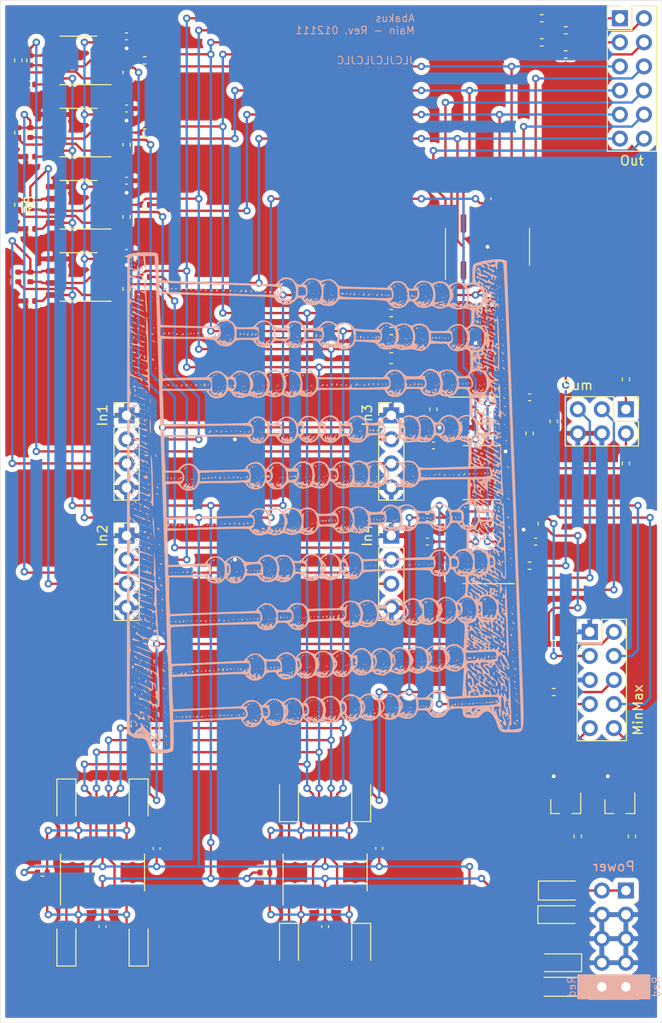
<source format=kicad_pcb>
(kicad_pcb (version 20171130) (host pcbnew "(5.1.10)-1")
  (layers (0 F.Cu signal) (31 B.Cu signal) (34 B.Paste user hide) (35 F.Paste user) (36 B.SilkS user) (37 F.SilkS user) (38 B.Mask user) (39 F.Mask user hide) (44 Edge.Cuts user))
  (net 0 "")
  (net 1 GND)
  (net 2 +12V)
  (net 3 -12V)
  (net 4 "Net-(D1-Pad2)")
  (net 5 "Net-(D2-Pad1)")
  (net 6 "Net-(D3-Pad2)")
  (net 7 Int_Max)
  (net 8 "Net-(D4-Pad2)")
  (net 9 "Net-(D5-Pad2)")
  (net 10 "Net-(D6-Pad2)")
  (net 11 Int_Min)
  (net 12 "Net-(D7-Pad1)")
  (net 13 "Net-(D8-Pad1)")
  (net 14 "Net-(D9-Pad1)")
  (net 15 "Net-(D10-Pad1)")
  (net 16 +In1)
  (net 17 "Net-(R1-Pad1)")
  (net 18 +In2)
  (net 19 "Net-(R2-Pad1)")
  (net 20 +In3)
  (net 21 "Net-(R3-Pad1)")
  (net 22 +In4)
  (net 23 "Net-(R10-Pad2)")
  (net 24 Int_Out1)
  (net 25 LED_Out_1_1)
  (net 26 Int_Out3)
  (net 27 LED_Out_3_1)
  (net 28 -In1)
  (net 29 -In2)
  (net 30 -In3)
  (net 31 -In4)
  (net 32 Int_Out2)
  (net 33 Int_Out4)
  (net 34 LED_Out_2_1)
  (net 35 LED_Out_4_1)
  (net 36 "Net-(R21-Pad1)")
  (net 37 Int_Sum)
  (net 38 LED_Sum_1)
  (net 39 LED_Min_1)
  (net 40 Int_Inv_Sum)
  (net 41 "Net-(R29-Pad1)")
  (net 42 LED_Max_1)
  (net 43 "Net-(U9-Pad13)")
  (net 44 LED_Out_1_2)
  (net 45 LED_Out_2_2)
  (net 46 LED_Out_4_2)
  (net 47 LED_Out_3_2)
  (net 48 Out4)
  (net 49 Out3)
  (net 50 Out2)
  (net 51 Out1)
  (net 52 Inv_Sum)
  (net 53 Sum)
  (net 54 Max)
  (net 55 Min)
  (net 56 LED_Max_2)
  (net 57 LED_Min_2)
  (net 58 LED_Sum_2)
  (net 59 +10V)
  (net 60 +5V)
  (module Artwork:Abakus (layer B.Cu) (at 34.29 52.705 180)
    (fp_text reference G*** hide)
    (fp_text value LOGO hide)
  )
  (module Package_TO_SOT_SMD:SOT-23 (layer F.Cu) (at 65.405 85.09 270)
    (fp_text reference U11 hide)
    (fp_text value LM4040C10IDBZR hide)
    (pad 3 smd rect (at 1 0 270) (size 0.9 0.8) (layers F.Cu F.Paste F.Mask))
    (pad 2 smd rect (at -1 0.95 270) (size 0.9 0.8) (layers F.Cu F.Paste F.Mask) (net 1 GND))
    (pad 1 smd rect (at -1 -0.95 270) (size 0.9 0.8) (layers F.Cu F.Paste F.Mask) (net 59 +10V))
  )
  (module Package_TO_SOT_SMD:SOT-23 (layer F.Cu) (at 59.69 85.09 270)
    (fp_text reference U10 hide)
    (fp_text value LM4040AIM3-5.0/NOPB hide)
    (pad 3 smd rect (at 1 0 270) (size 0.9 0.8) (layers F.Cu F.Paste F.Mask))
    (pad 2 smd rect (at -1 0.95 270) (size 0.9 0.8) (layers F.Cu F.Paste F.Mask) (net 1 GND))
    (pad 1 smd rect (at -1 -0.95 270) (size 0.9 0.8) (layers F.Cu F.Paste F.Mask) (net 60 +5V))
  )
  (module Package_SO:SOIC-14_3.9x8.7mm_P1.27mm (layer F.Cu) (at 50.8 57.15 180)
    (fp_text reference U9 hide)
    (fp_text value TL074CDR hide)
    (pad 14 smd roundrect (at 2.475 -3.81 180) (size 1.95 0.6) (layers F.Cu F.Paste F.Mask) (net 43 "Net-(U9-Pad13)"))
    (pad 13 smd roundrect (at 2.475 -2.54 180) (size 1.95 0.6) (layers F.Cu F.Paste F.Mask) (net 43 "Net-(U9-Pad13)"))
    (pad 12 smd roundrect (at 2.475 -1.27 180) (size 1.95 0.6) (layers F.Cu F.Paste F.Mask) (net 1 GND))
    (pad 11 smd roundrect (at 2.475 0 180) (size 1.95 0.6) (layers F.Cu F.Paste F.Mask) (net 3 -12V))
    (pad 10 smd roundrect (at 2.475 1.27 180) (size 1.95 0.6) (layers F.Cu F.Paste F.Mask) (net 1 GND))
    (pad 9 smd roundrect (at 2.475 2.54 180) (size 1.95 0.6) (layers F.Cu F.Paste F.Mask) (net 39 LED_Min_1))
    (pad 8 smd roundrect (at 2.475 3.81 180) (size 1.95 0.6) (layers F.Cu F.Paste F.Mask) (net 57 LED_Min_2))
    (pad 7 smd roundrect (at -2.475 3.81 180) (size 1.95 0.6) (layers F.Cu F.Paste F.Mask) (net 56 LED_Max_2))
    (pad 6 smd roundrect (at -2.475 2.54 180) (size 1.95 0.6) (layers F.Cu F.Paste F.Mask) (net 42 LED_Max_1))
    (pad 5 smd roundrect (at -2.475 1.27 180) (size 1.95 0.6) (layers F.Cu F.Paste F.Mask) (net 1 GND))
    (pad 4 smd roundrect (at -2.475 0 180) (size 1.95 0.6) (layers F.Cu F.Paste F.Mask) (net 2 +12V))
    (pad 3 smd roundrect (at -2.475 -1.27 180) (size 1.95 0.6) (layers F.Cu F.Paste F.Mask) (net 1 GND))
    (pad 2 smd roundrect (at -2.475 -2.54 180) (size 1.95 0.6) (layers F.Cu F.Paste F.Mask) (net 38 LED_Sum_1))
    (pad 1 smd roundrect (at -2.475 -3.81 180) (size 1.95 0.6) (layers F.Cu F.Paste F.Mask) (net 58 LED_Sum_2))
  )
  (module Package_SO:SOIC-14_3.9x8.7mm_P1.27mm (layer F.Cu) (at 51.435 26.035 90)
    (fp_text reference U8 hide)
    (fp_text value TL074CDR hide)
    (pad 14 smd roundrect (at 2.475 -3.81 90) (size 1.95 0.6) (layers F.Cu F.Paste F.Mask) (net 46 LED_Out_4_2))
    (pad 13 smd roundrect (at 2.475 -2.54 90) (size 1.95 0.6) (layers F.Cu F.Paste F.Mask) (net 35 LED_Out_4_1))
    (pad 12 smd roundrect (at 2.475 -1.27 90) (size 1.95 0.6) (layers F.Cu F.Paste F.Mask) (net 1 GND))
    (pad 11 smd roundrect (at 2.475 0 90) (size 1.95 0.6) (layers F.Cu F.Paste F.Mask) (net 3 -12V))
    (pad 10 smd roundrect (at 2.475 1.27 90) (size 1.95 0.6) (layers F.Cu F.Paste F.Mask) (net 1 GND))
    (pad 9 smd roundrect (at 2.475 2.54 90) (size 1.95 0.6) (layers F.Cu F.Paste F.Mask) (net 27 LED_Out_3_1))
    (pad 8 smd roundrect (at 2.475 3.81 90) (size 1.95 0.6) (layers F.Cu F.Paste F.Mask) (net 47 LED_Out_3_2))
    (pad 7 smd roundrect (at -2.475 3.81 90) (size 1.95 0.6) (layers F.Cu F.Paste F.Mask) (net 45 LED_Out_2_2))
    (pad 6 smd roundrect (at -2.475 2.54 90) (size 1.95 0.6) (layers F.Cu F.Paste F.Mask) (net 34 LED_Out_2_1))
    (pad 5 smd roundrect (at -2.475 1.27 90) (size 1.95 0.6) (layers F.Cu F.Paste F.Mask) (net 1 GND))
    (pad 4 smd roundrect (at -2.475 0 90) (size 1.95 0.6) (layers F.Cu F.Paste F.Mask) (net 2 +12V))
    (pad 3 smd roundrect (at -2.475 -1.27 90) (size 1.95 0.6) (layers F.Cu F.Paste F.Mask) (net 1 GND))
    (pad 2 smd roundrect (at -2.475 -2.54 90) (size 1.95 0.6) (layers F.Cu F.Paste F.Mask) (net 25 LED_Out_1_1))
    (pad 1 smd roundrect (at -2.475 -3.81 90) (size 1.95 0.6) (layers F.Cu F.Paste F.Mask) (net 44 LED_Out_1_2))
  )
  (module Package_SO:SOIC-14_3.9x8.7mm_P1.27mm (layer F.Cu) (at 34.29 92.075 90)
    (fp_text reference U7 hide)
    (fp_text value TL074CDR hide)
    (pad 14 smd roundrect (at 2.475 -3.81 90) (size 1.95 0.6) (layers F.Cu F.Paste F.Mask) (net 15 "Net-(D10-Pad1)"))
    (pad 13 smd roundrect (at 2.475 -2.54 90) (size 1.95 0.6) (layers F.Cu F.Paste F.Mask) (net 11 Int_Min))
    (pad 12 smd roundrect (at 2.475 -1.27 90) (size 1.95 0.6) (layers F.Cu F.Paste F.Mask) (net 33 Int_Out4))
    (pad 11 smd roundrect (at 2.475 0 90) (size 1.95 0.6) (layers F.Cu F.Paste F.Mask) (net 3 -12V))
    (pad 10 smd roundrect (at 2.475 1.27 90) (size 1.95 0.6) (layers F.Cu F.Paste F.Mask) (net 26 Int_Out3))
    (pad 9 smd roundrect (at 2.475 2.54 90) (size 1.95 0.6) (layers F.Cu F.Paste F.Mask) (net 11 Int_Min))
    (pad 8 smd roundrect (at 2.475 3.81 90) (size 1.95 0.6) (layers F.Cu F.Paste F.Mask) (net 14 "Net-(D9-Pad1)"))
    (pad 7 smd roundrect (at -2.475 3.81 90) (size 1.95 0.6) (layers F.Cu F.Paste F.Mask) (net 13 "Net-(D8-Pad1)"))
    (pad 6 smd roundrect (at -2.475 2.54 90) (size 1.95 0.6) (layers F.Cu F.Paste F.Mask) (net 11 Int_Min))
    (pad 5 smd roundrect (at -2.475 1.27 90) (size 1.95 0.6) (layers F.Cu F.Paste F.Mask) (net 32 Int_Out2))
    (pad 4 smd roundrect (at -2.475 0 90) (size 1.95 0.6) (layers F.Cu F.Paste F.Mask) (net 2 +12V))
    (pad 3 smd roundrect (at -2.475 -1.27 90) (size 1.95 0.6) (layers F.Cu F.Paste F.Mask) (net 24 Int_Out1))
    (pad 2 smd roundrect (at -2.475 -2.54 90) (size 1.95 0.6) (layers F.Cu F.Paste F.Mask) (net 11 Int_Min))
    (pad 1 smd roundrect (at -2.475 -3.81 90) (size 1.95 0.6) (layers F.Cu F.Paste F.Mask) (net 12 "Net-(D7-Pad1)"))
  )
  (module Package_SO:SOIC-14_3.9x8.7mm_P1.27mm (layer F.Cu) (at 10.795 92.075 90)
    (fp_text reference U6 hide)
    (fp_text value TL074CDR hide)
    (pad 14 smd roundrect (at 2.475 -3.81 90) (size 1.95 0.6) (layers F.Cu F.Paste F.Mask) (net 10 "Net-(D6-Pad2)"))
    (pad 13 smd roundrect (at 2.475 -2.54 90) (size 1.95 0.6) (layers F.Cu F.Paste F.Mask) (net 7 Int_Max))
    (pad 12 smd roundrect (at 2.475 -1.27 90) (size 1.95 0.6) (layers F.Cu F.Paste F.Mask) (net 33 Int_Out4))
    (pad 11 smd roundrect (at 2.475 0 90) (size 1.95 0.6) (layers F.Cu F.Paste F.Mask) (net 3 -12V))
    (pad 10 smd roundrect (at 2.475 1.27 90) (size 1.95 0.6) (layers F.Cu F.Paste F.Mask) (net 26 Int_Out3))
    (pad 9 smd roundrect (at 2.475 2.54 90) (size 1.95 0.6) (layers F.Cu F.Paste F.Mask) (net 7 Int_Max))
    (pad 8 smd roundrect (at 2.475 3.81 90) (size 1.95 0.6) (layers F.Cu F.Paste F.Mask) (net 9 "Net-(D5-Pad2)"))
    (pad 7 smd roundrect (at -2.475 3.81 90) (size 1.95 0.6) (layers F.Cu F.Paste F.Mask) (net 8 "Net-(D4-Pad2)"))
    (pad 6 smd roundrect (at -2.475 2.54 90) (size 1.95 0.6) (layers F.Cu F.Paste F.Mask) (net 7 Int_Max))
    (pad 5 smd roundrect (at -2.475 1.27 90) (size 1.95 0.6) (layers F.Cu F.Paste F.Mask) (net 32 Int_Out2))
    (pad 4 smd roundrect (at -2.475 0 90) (size 1.95 0.6) (layers F.Cu F.Paste F.Mask) (net 2 +12V))
    (pad 3 smd roundrect (at -2.475 -1.27 90) (size 1.95 0.6) (layers F.Cu F.Paste F.Mask) (net 24 Int_Out1))
    (pad 2 smd roundrect (at -2.475 -2.54 90) (size 1.95 0.6) (layers F.Cu F.Paste F.Mask) (net 7 Int_Max))
    (pad 1 smd roundrect (at -2.475 -3.81 90) (size 1.95 0.6) (layers F.Cu F.Paste F.Mask) (net 6 "Net-(D3-Pad2)"))
  )
  (module Package_SO:SOIC-8_3.9x4.9mm_P1.27mm (layer F.Cu) (at 50.8 44.45)
    (fp_text reference U5 hide)
    (fp_text value TL072CDT hide)
    (pad 8 smd roundrect (at 2.475 -1.905) (size 1.95 0.6) (layers F.Cu F.Paste F.Mask) (net 2 +12V))
    (pad 7 smd roundrect (at 2.475 -0.635) (size 1.95 0.6) (layers F.Cu F.Paste F.Mask) (net 37 Int_Sum))
    (pad 6 smd roundrect (at 2.475 0.635) (size 1.95 0.6) (layers F.Cu F.Paste F.Mask) (net 41 "Net-(R29-Pad1)"))
    (pad 5 smd roundrect (at 2.475 1.905) (size 1.95 0.6) (layers F.Cu F.Paste F.Mask) (net 1 GND))
    (pad 4 smd roundrect (at -2.475 1.905) (size 1.95 0.6) (layers F.Cu F.Paste F.Mask) (net 3 -12V))
    (pad 3 smd roundrect (at -2.475 0.635) (size 1.95 0.6) (layers F.Cu F.Paste F.Mask) (net 1 GND))
    (pad 2 smd roundrect (at -2.475 -0.635) (size 1.95 0.6) (layers F.Cu F.Paste F.Mask) (net 36 "Net-(R21-Pad1)"))
    (pad 1 smd roundrect (at -2.475 -1.905) (size 1.95 0.6) (layers F.Cu F.Paste F.Mask) (net 40 Int_Inv_Sum))
  )
  (module Package_SO:SOIC-8_3.9x4.9mm_P1.27mm (layer F.Cu) (at 8.255 13.97 180)
    (fp_text reference U4 hide)
    (fp_text value TL072CDT hide)
    (pad 8 smd roundrect (at 2.475 -1.905 180) (size 1.95 0.6) (layers F.Cu F.Paste F.Mask) (net 2 +12V))
    (pad 7 smd roundrect (at 2.475 -0.635 180) (size 1.95 0.6) (layers F.Cu F.Paste F.Mask) (net 33 Int_Out4))
    (pad 6 smd roundrect (at 2.475 0.635 180) (size 1.95 0.6) (layers F.Cu F.Paste F.Mask) (net 31 -In4))
    (pad 5 smd roundrect (at 2.475 1.905 180) (size 1.95 0.6) (layers F.Cu F.Paste F.Mask) (net 1 GND))
    (pad 4 smd roundrect (at -2.475 1.905 180) (size 1.95 0.6) (layers F.Cu F.Paste F.Mask) (net 3 -12V))
    (pad 3 smd roundrect (at -2.475 0.635 180) (size 1.95 0.6) (layers F.Cu F.Paste F.Mask) (net 1 GND))
    (pad 2 smd roundrect (at -2.475 -0.635 180) (size 1.95 0.6) (layers F.Cu F.Paste F.Mask) (net 22 +In4))
    (pad 1 smd roundrect (at -2.475 -1.905 180) (size 1.95 0.6) (layers F.Cu F.Paste F.Mask) (net 23 "Net-(R10-Pad2)"))
  )
  (module Package_SO:SOIC-8_3.9x4.9mm_P1.27mm (layer F.Cu) (at 8.255 6.35 180)
    (fp_text reference U3 hide)
    (fp_text value TL072CDT)
    (pad 8 smd roundrect (at 2.475 -1.905 180) (size 1.95 0.6) (layers F.Cu F.Paste F.Mask) (net 2 +12V))
    (pad 7 smd roundrect (at 2.475 -0.635 180) (size 1.95 0.6) (layers F.Cu F.Paste F.Mask) (net 26 Int_Out3))
    (pad 6 smd roundrect (at 2.475 0.635 180) (size 1.95 0.6) (layers F.Cu F.Paste F.Mask) (net 30 -In3))
    (pad 5 smd roundrect (at 2.475 1.905 180) (size 1.95 0.6) (layers F.Cu F.Paste F.Mask) (net 1 GND))
    (pad 4 smd roundrect (at -2.475 1.905 180) (size 1.95 0.6) (layers F.Cu F.Paste F.Mask) (net 3 -12V))
    (pad 3 smd roundrect (at -2.475 0.635 180) (size 1.95 0.6) (layers F.Cu F.Paste F.Mask) (net 1 GND))
    (pad 2 smd roundrect (at -2.475 -0.635 180) (size 1.95 0.6) (layers F.Cu F.Paste F.Mask) (net 20 +In3))
    (pad 1 smd roundrect (at -2.475 -1.905 180) (size 1.95 0.6) (layers F.Cu F.Paste F.Mask) (net 21 "Net-(R3-Pad1)"))
  )
  (module Package_SO:SOIC-8_3.9x4.9mm_P1.27mm (layer F.Cu) (at 8.255 21.59 180)
    (fp_text reference U2 hide)
    (fp_text value TL072CDT hide)
    (pad 8 smd roundrect (at 2.475 -1.905 180) (size 1.95 0.6) (layers F.Cu F.Paste F.Mask) (net 2 +12V))
    (pad 7 smd roundrect (at 2.475 -0.635 180) (size 1.95 0.6) (layers F.Cu F.Paste F.Mask) (net 32 Int_Out2))
    (pad 6 smd roundrect (at 2.475 0.635 180) (size 1.95 0.6) (layers F.Cu F.Paste F.Mask) (net 29 -In2))
    (pad 5 smd roundrect (at 2.475 1.905 180) (size 1.95 0.6) (layers F.Cu F.Paste F.Mask) (net 1 GND))
    (pad 4 smd roundrect (at -2.475 1.905 180) (size 1.95 0.6) (layers F.Cu F.Paste F.Mask) (net 3 -12V))
    (pad 3 smd roundrect (at -2.475 0.635 180) (size 1.95 0.6) (layers F.Cu F.Paste F.Mask) (net 1 GND))
    (pad 2 smd roundrect (at -2.475 -0.635 180) (size 1.95 0.6) (layers F.Cu F.Paste F.Mask) (net 18 +In2))
    (pad 1 smd roundrect (at -2.475 -1.905 180) (size 1.95 0.6) (layers F.Cu F.Paste F.Mask) (net 19 "Net-(R2-Pad1)"))
  )
  (module Package_SO:SOIC-8_3.9x4.9mm_P1.27mm (layer F.Cu) (at 8.255 29.21 180)
    (fp_text reference U1 hide)
    (fp_text value TL072CDT hide)
    (pad 8 smd roundrect (at 2.475 -1.905 180) (size 1.95 0.6) (layers F.Cu F.Paste F.Mask) (net 2 +12V))
    (pad 7 smd roundrect (at 2.475 -0.635 180) (size 1.95 0.6) (layers F.Cu F.Paste F.Mask) (net 24 Int_Out1))
    (pad 6 smd roundrect (at 2.475 0.635 180) (size 1.95 0.6) (layers F.Cu F.Paste F.Mask) (net 28 -In1))
    (pad 5 smd roundrect (at 2.475 1.905 180) (size 1.95 0.6) (layers F.Cu F.Paste F.Mask) (net 1 GND))
    (pad 4 smd roundrect (at -2.475 1.905 180) (size 1.95 0.6) (layers F.Cu F.Paste F.Mask) (net 3 -12V))
    (pad 3 smd roundrect (at -2.475 0.635 180) (size 1.95 0.6) (layers F.Cu F.Paste F.Mask) (net 1 GND))
    (pad 2 smd roundrect (at -2.475 -0.635 180) (size 1.95 0.6) (layers F.Cu F.Paste F.Mask) (net 16 +In1))
    (pad 1 smd roundrect (at -2.475 -1.905 180) (size 1.95 0.6) (layers F.Cu F.Paste F.Mask) (net 17 "Net-(R1-Pad1)"))
  )
  (module Resistor_SMD:R_0402_1005Metric (layer F.Cu) (at 66.675 88.265 270)
    (fp_text reference R38 hide)
    (fp_text value 1k hide)
    (pad 2 smd roundrect (at 0.51 0 270) (size 0.54 0.64) (layers F.Cu F.Paste F.Mask) (net 2 +12V))
    (pad 1 smd roundrect (at -0.51 0 270) (size 0.54 0.64) (layers F.Cu F.Paste F.Mask) (net 59 +10V))
  )
  (module Resistor_SMD:R_0402_1005Metric (layer F.Cu) (at 60.96 88.265 270)
    (fp_text reference R37 hide)
    (fp_text value 1k hide)
    (pad 2 smd roundrect (at 0.51 0 270) (size 0.54 0.64) (layers F.Cu F.Paste F.Mask) (net 2 +12V))
    (pad 1 smd roundrect (at -0.51 0 270) (size 0.54 0.64) (layers F.Cu F.Paste F.Mask) (net 60 +5V))
  )
  (module Resistor_SMD:R_0402_1005Metric (layer F.Cu) (at 58.42 73.025 180)
    (fp_text reference R36 hide)
    (fp_text value 1k hide)
    (pad 2 smd roundrect (at 0.51 0 180) (size 0.54 0.64) (layers F.Cu F.Paste F.Mask) (net 11 Int_Min))
    (pad 1 smd roundrect (at -0.51 0 180) (size 0.54 0.64) (layers F.Cu F.Paste F.Mask) (net 55 Min))
  )
  (module Resistor_SMD:R_0402_1005Metric (layer F.Cu) (at 27.94 92.075 180)
    (fp_text reference R35 hide)
    (fp_text value 10k hide)
    (pad 2 smd roundrect (at 0.51 0 180) (size 0.54 0.64) (layers F.Cu F.Paste F.Mask) (net 2 +12V))
    (pad 1 smd roundrect (at -0.51 0 180) (size 0.54 0.64) (layers F.Cu F.Paste F.Mask) (net 11 Int_Min))
  )
  (module Resistor_SMD:R_0402_1005Metric (layer F.Cu) (at 58.42 67.945 180)
    (fp_text reference R34 hide)
    (fp_text value 1k hide)
    (pad 2 smd roundrect (at 0.51 0 180) (size 0.54 0.64) (layers F.Cu F.Paste F.Mask) (net 7 Int_Max))
    (pad 1 smd roundrect (at -0.51 0 180) (size 0.54 0.64) (layers F.Cu F.Paste F.Mask) (net 54 Max))
  )
  (module Resistor_SMD:R_0402_1005Metric (layer F.Cu) (at 4.445 92.075)
    (fp_text reference R33 hide)
    (fp_text value 10k hide)
    (pad 2 smd roundrect (at 0.51 0) (size 0.54 0.64) (layers F.Cu F.Paste F.Mask) (net 7 Int_Max))
    (pad 1 smd roundrect (at -0.51 0) (size 0.54 0.64) (layers F.Cu F.Paste F.Mask) (net 3 -12V))
  )
  (module Resistor_SMD:R_0402_1005Metric (layer F.Cu) (at 66.04 40.005 90)
    (fp_text reference R32 hide)
    (fp_text value 1k hide)
    (pad 2 smd roundrect (at 0.51 0 90) (size 0.54 0.64) (layers F.Cu F.Paste F.Mask) (net 37 Int_Sum))
    (pad 1 smd roundrect (at -0.51 0 90) (size 0.54 0.64) (layers F.Cu F.Paste F.Mask) (net 53 Sum))
  )
  (module Resistor_SMD:R_0402_1005Metric (layer F.Cu) (at 57.15 55.245 270)
    (fp_text reference R31 hide)
    (fp_text value 1k hide)
    (pad 2 smd roundrect (at 0.51 0 270) (size 0.54 0.64) (layers F.Cu F.Paste F.Mask) (net 7 Int_Max))
    (pad 1 smd roundrect (at -0.51 0 270) (size 0.54 0.64) (layers F.Cu F.Paste F.Mask) (net 42 LED_Max_1))
  )
  (module Resistor_SMD:R_0402_1005Metric (layer F.Cu) (at 58.42 44.45 270)
    (fp_text reference R30 hide)
    (fp_text value 100k hide)
    (pad 2 smd roundrect (at 0.51 0 270) (size 0.54 0.64) (layers F.Cu F.Paste F.Mask) (net 41 "Net-(R29-Pad1)"))
    (pad 1 smd roundrect (at -0.51 0 270) (size 0.54 0.64) (layers F.Cu F.Paste F.Mask) (net 37 Int_Sum))
  )
  (module Resistor_SMD:R_0402_1005Metric (layer F.Cu) (at 55.88 45.72 270)
    (fp_text reference R29 hide)
    (fp_text value 100k hide)
    (pad 2 smd roundrect (at 0.51 0 270) (size 0.54 0.64) (layers F.Cu F.Paste F.Mask) (net 40 Int_Inv_Sum))
    (pad 1 smd roundrect (at -0.51 0 270) (size 0.54 0.64) (layers F.Cu F.Paste F.Mask) (net 41 "Net-(R29-Pad1)"))
  )
  (module Resistor_SMD:R_0402_1005Metric (layer F.Cu) (at 66.04 48.895 270)
    (fp_text reference R28 hide)
    (fp_text value 1k hide)
    (pad 2 smd roundrect (at 0.51 0 270) (size 0.54 0.64) (layers F.Cu F.Paste F.Mask) (net 40 Int_Inv_Sum))
    (pad 1 smd roundrect (at -0.51 0 270) (size 0.54 0.64) (layers F.Cu F.Paste F.Mask) (net 52 Inv_Sum))
  )
  (module Resistor_SMD:R_0402_1005Metric (layer F.Cu) (at 45.72 43.18 270)
    (fp_text reference R27 hide)
    (fp_text value 100k hide)
    (pad 2 smd roundrect (at 0.51 0 270) (size 0.54 0.64) (layers F.Cu F.Paste F.Mask) (net 36 "Net-(R21-Pad1)"))
    (pad 1 smd roundrect (at -0.51 0 270) (size 0.54 0.64) (layers F.Cu F.Paste F.Mask) (net 40 Int_Inv_Sum))
  )
  (module Resistor_SMD:R_0402_1005Metric (layer F.Cu) (at 45.085 54.61 180)
    (fp_text reference R26 hide)
    (fp_text value 1k hide)
    (pad 2 smd roundrect (at 0.51 0 180) (size 0.54 0.64) (layers F.Cu F.Paste F.Mask) (net 11 Int_Min))
    (pad 1 smd roundrect (at -0.51 0 180) (size 0.54 0.64) (layers F.Cu F.Paste F.Mask) (net 39 LED_Min_1))
  )
  (module Resistor_SMD:R_0402_1005Metric (layer F.Cu) (at 55.88 59.69)
    (fp_text reference R25 hide)
    (fp_text value 1k hide)
    (pad 2 smd roundrect (at 0.51 0) (size 0.54 0.64) (layers F.Cu F.Paste F.Mask) (net 37 Int_Sum))
    (pad 1 smd roundrect (at -0.51 0) (size 0.54 0.64) (layers F.Cu F.Paste F.Mask) (net 38 LED_Sum_1))
  )
  (module Resistor_SMD:R_0402_1005Metric (layer F.Cu) (at 41.275 33.02 180)
    (fp_text reference R24 hide)
    (fp_text value 100k hide)
    (pad 2 smd roundrect (at 0.51 0 180) (size 0.54 0.64) (layers F.Cu F.Paste F.Mask) (net 33 Int_Out4))
    (pad 1 smd roundrect (at -0.51 0 180) (size 0.54 0.64) (layers F.Cu F.Paste F.Mask) (net 36 "Net-(R21-Pad1)"))
  )
  (module Resistor_SMD:R_0402_1005Metric (layer F.Cu) (at 41.275 34.925 180)
    (fp_text reference R23 hide)
    (fp_text value 100k hide)
    (pad 2 smd roundrect (at 0.51 0 180) (size 0.54 0.64) (layers F.Cu F.Paste F.Mask) (net 26 Int_Out3))
    (pad 1 smd roundrect (at -0.51 0 180) (size 0.54 0.64) (layers F.Cu F.Paste F.Mask) (net 36 "Net-(R21-Pad1)"))
  )
  (module Resistor_SMD:R_0402_1005Metric (layer F.Cu) (at 41.275 36.83 180)
    (fp_text reference R22 hide)
    (fp_text value 100k hide)
    (pad 2 smd roundrect (at 0.51 0 180) (size 0.54 0.64) (layers F.Cu F.Paste F.Mask) (net 32 Int_Out2))
    (pad 1 smd roundrect (at -0.51 0 180) (size 0.54 0.64) (layers F.Cu F.Paste F.Mask) (net 36 "Net-(R21-Pad1)"))
  )
  (module Resistor_SMD:R_0402_1005Metric (layer F.Cu) (at 41.275 38.735 180)
    (fp_text reference R21 hide)
    (fp_text value 100k hide)
    (pad 2 smd roundrect (at 0.51 0 180) (size 0.54 0.64) (layers F.Cu F.Paste F.Mask) (net 24 Int_Out1))
    (pad 1 smd roundrect (at -0.51 0 180) (size 0.54 0.64) (layers F.Cu F.Paste F.Mask) (net 36 "Net-(R21-Pad1)"))
  )
  (module Resistor_SMD:R_0402_1005Metric (layer F.Cu) (at 59.69 5.715 180)
    (fp_text reference R20 hide)
    (fp_text value 1k hide)
    (pad 2 smd roundrect (at 0.51 0 180) (size 0.54 0.64) (layers F.Cu F.Paste F.Mask) (net 33 Int_Out4))
    (pad 1 smd roundrect (at -0.51 0 180) (size 0.54 0.64) (layers F.Cu F.Paste F.Mask) (net 48 Out4))
  )
  (module Resistor_SMD:R_0402_1005Metric (layer F.Cu) (at 57.15 4.445 180)
    (fp_text reference R19 hide)
    (fp_text value 1k hide)
    (pad 2 smd roundrect (at 0.51 0 180) (size 0.54 0.64) (layers F.Cu F.Paste F.Mask) (net 26 Int_Out3))
    (pad 1 smd roundrect (at -0.51 0 180) (size 0.54 0.64) (layers F.Cu F.Paste F.Mask) (net 49 Out3))
  )
  (module Resistor_SMD:R_0402_1005Metric (layer F.Cu) (at 59.69 3.175 180)
    (fp_text reference R18 hide)
    (fp_text value 1k hide)
    (pad 2 smd roundrect (at 0.51 0 180) (size 0.54 0.64) (layers F.Cu F.Paste F.Mask) (net 32 Int_Out2))
    (pad 1 smd roundrect (at -0.51 0 180) (size 0.54 0.64) (layers F.Cu F.Paste F.Mask) (net 50 Out2))
  )
  (module Resistor_SMD:R_0402_1005Metric (layer F.Cu) (at 57.15 1.905 180)
    (fp_text reference R17 hide)
    (fp_text value 1k)
    (pad 2 smd roundrect (at 0.51 0 180) (size 0.54 0.64) (layers F.Cu F.Paste F.Mask) (net 24 Int_Out1))
    (pad 1 smd roundrect (at -0.51 0 180) (size 0.54 0.64) (layers F.Cu F.Paste F.Mask) (net 51 Out1))
  )
  (module Resistor_SMD:R_0402_1005Metric (layer F.Cu) (at 15.24 13.97 180)
    (fp_text reference R16 hide)
    (fp_text value 1k hide)
    (pad 2 smd roundrect (at 0.51 0 180) (size 0.54 0.64) (layers F.Cu F.Paste F.Mask) (net 33 Int_Out4))
    (pad 1 smd roundrect (at -0.51 0 180) (size 0.54 0.64) (layers F.Cu F.Paste F.Mask) (net 35 LED_Out_4_1))
  )
  (module Resistor_SMD:R_0402_1005Metric (layer F.Cu) (at 15.24 21.59 180)
    (fp_text reference R15 hide)
    (fp_text value 1k hide)
    (pad 2 smd roundrect (at 0.51 0 180) (size 0.54 0.64) (layers F.Cu F.Paste F.Mask) (net 32 Int_Out2))
    (pad 1 smd roundrect (at -0.51 0 180) (size 0.54 0.64) (layers F.Cu F.Paste F.Mask) (net 34 LED_Out_2_1))
  )
  (module Resistor_SMD:R_0402_1005Metric (layer F.Cu) (at 3.175 13.97 90)
    (fp_text reference R14 hide)
    (fp_text value 100k hide)
    (pad 2 smd roundrect (at 0.51 0 90) (size 0.54 0.64) (layers F.Cu F.Paste F.Mask) (net 31 -In4))
    (pad 1 smd roundrect (at -0.51 0 90) (size 0.54 0.64) (layers F.Cu F.Paste F.Mask) (net 33 Int_Out4))
  )
  (module Resistor_SMD:R_0402_1005Metric (layer F.Cu) (at 3.175 6.35 90)
    (fp_text reference R13 hide)
    (fp_text value 100k hide)
    (pad 2 smd roundrect (at 0.51 0 90) (size 0.54 0.64) (layers F.Cu F.Paste F.Mask) (net 30 -In3))
    (pad 1 smd roundrect (at -0.51 0 90) (size 0.54 0.64) (layers F.Cu F.Paste F.Mask) (net 26 Int_Out3))
  )
  (module Resistor_SMD:R_0402_1005Metric (layer F.Cu) (at 3.175 21.59 90)
    (fp_text reference R12 hide)
    (fp_text value 100k hide)
    (pad 2 smd roundrect (at 0.51 0 90) (size 0.54 0.64) (layers F.Cu F.Paste F.Mask) (net 29 -In2))
    (pad 1 smd roundrect (at -0.51 0 90) (size 0.54 0.64) (layers F.Cu F.Paste F.Mask) (net 32 Int_Out2))
  )
  (module Resistor_SMD:R_0402_1005Metric (layer F.Cu) (at 3.175 29.21 90)
    (fp_text reference R11 hide)
    (fp_text value 100k hide)
    (pad 2 smd roundrect (at 0.51 0 90) (size 0.54 0.64) (layers F.Cu F.Paste F.Mask) (net 28 -In1))
    (pad 1 smd roundrect (at -0.51 0 90) (size 0.54 0.64) (layers F.Cu F.Paste F.Mask) (net 24 Int_Out1))
  )
  (module Resistor_SMD:R_0402_1005Metric (layer F.Cu) (at 1.905 13.97 270)
    (fp_text reference R10 hide)
    (fp_text value 100k hide)
    (pad 2 smd roundrect (at 0.51 0 270) (size 0.54 0.64) (layers F.Cu F.Paste F.Mask) (net 23 "Net-(R10-Pad2)"))
    (pad 1 smd roundrect (at -0.51 0 270) (size 0.54 0.64) (layers F.Cu F.Paste F.Mask) (net 31 -In4))
  )
  (module Resistor_SMD:R_0402_1005Metric (layer F.Cu) (at 1.905 6.35 270)
    (fp_text reference R9 hide)
    (fp_text value 100k hide)
    (pad 2 smd roundrect (at 0.51 0 270) (size 0.54 0.64) (layers F.Cu F.Paste F.Mask) (net 21 "Net-(R3-Pad1)"))
    (pad 1 smd roundrect (at -0.51 0 270) (size 0.54 0.64) (layers F.Cu F.Paste F.Mask) (net 30 -In3))
  )
  (module Resistor_SMD:R_0402_1005Metric (layer F.Cu) (at 1.905 21.59 270)
    (fp_text reference R8 (at 0 -1.17 90) (layer F.SilkS))
    (fp_text value 100k hide)
    (pad 2 smd roundrect (at 0.51 0 270) (size 0.54 0.64) (layers F.Cu F.Paste F.Mask) (net 19 "Net-(R2-Pad1)"))
    (pad 1 smd roundrect (at -0.51 0 270) (size 0.54 0.64) (layers F.Cu F.Paste F.Mask) (net 29 -In2))
  )
  (module Resistor_SMD:R_0402_1005Metric (layer F.Cu) (at 1.905 29.21 270)
    (fp_text reference R7 hide)
    (fp_text value 100k hide)
    (pad 2 smd roundrect (at 0.51 0 270) (size 0.54 0.64) (layers F.Cu F.Paste F.Mask) (net 17 "Net-(R1-Pad1)"))
    (pad 1 smd roundrect (at -0.51 0 270) (size 0.54 0.64) (layers F.Cu F.Paste F.Mask) (net 28 -In1))
  )
  (module Resistor_SMD:R_0402_1005Metric (layer F.Cu) (at 15.24 6.35 180)
    (fp_text reference R6 hide)
    (fp_text value 1k hide)
    (pad 2 smd roundrect (at 0.51 0 180) (size 0.54 0.64) (layers F.Cu F.Paste F.Mask) (net 26 Int_Out3))
    (pad 1 smd roundrect (at -0.51 0 180) (size 0.54 0.64) (layers F.Cu F.Paste F.Mask) (net 27 LED_Out_3_1))
  )
  (module Resistor_SMD:R_0402_1005Metric (layer F.Cu) (at 15.24 29.21 180)
    (fp_text reference R5 hide)
    (fp_text value 1k hide)
    (pad 2 smd roundrect (at 0.51 0 180) (size 0.54 0.64) (layers F.Cu F.Paste F.Mask) (net 24 Int_Out1))
    (pad 1 smd roundrect (at -0.51 0 180) (size 0.54 0.64) (layers F.Cu F.Paste F.Mask) (net 25 LED_Out_1_1))
  )
  (module Resistor_SMD:R_0402_1005Metric (layer F.Cu) (at 13.335 15.24 90)
    (fp_text reference R4 hide)
    (fp_text value 100k hide)
    (pad 2 smd roundrect (at 0.51 0 90) (size 0.54 0.64) (layers F.Cu F.Paste F.Mask) (net 22 +In4))
    (pad 1 smd roundrect (at -0.51 0 90) (size 0.54 0.64) (layers F.Cu F.Paste F.Mask) (net 23 "Net-(R10-Pad2)"))
  )
  (module Resistor_SMD:R_0402_1005Metric (layer F.Cu) (at 13.335 7.62 90)
    (fp_text reference R3 hide)
    (fp_text value 100k hide)
    (pad 2 smd roundrect (at 0.51 0 90) (size 0.54 0.64) (layers F.Cu F.Paste F.Mask) (net 20 +In3))
    (pad 1 smd roundrect (at -0.51 0 90) (size 0.54 0.64) (layers F.Cu F.Paste F.Mask) (net 21 "Net-(R3-Pad1)"))
  )
  (module Resistor_SMD:R_0402_1005Metric (layer F.Cu) (at 13.335 22.86 90)
    (fp_text reference R2 hide)
    (fp_text value 100k hide)
    (pad 2 smd roundrect (at 0.51 0 90) (size 0.54 0.64) (layers F.Cu F.Paste F.Mask) (net 18 +In2))
    (pad 1 smd roundrect (at -0.51 0 90) (size 0.54 0.64) (layers F.Cu F.Paste F.Mask) (net 19 "Net-(R2-Pad1)"))
  )
  (module Resistor_SMD:R_0402_1005Metric (layer F.Cu) (at 13.335 30.48 90)
    (fp_text reference R1 hide)
    (fp_text value 100k hide)
    (pad 2 smd roundrect (at 0.51 0 90) (size 0.54 0.64) (layers F.Cu F.Paste F.Mask) (net 16 +In1))
    (pad 1 smd roundrect (at -0.51 0 90) (size 0.54 0.64) (layers F.Cu F.Paste F.Mask) (net 17 "Net-(R1-Pad1)"))
  )
  (module Diode_SMD:D_SOD-123 (layer F.Cu) (at 30.48 84.455 90)
    (fp_text reference D10 hide)
    (fp_text value 1N4148W hide)
    (pad 2 smd rect (at 1.65 0 90) (size 0.9 1.2) (layers F.Cu F.Paste F.Mask) (net 11 Int_Min))
    (pad 1 smd rect (at -1.65 0 90) (size 0.9 1.2) (layers F.Cu F.Paste F.Mask) (net 15 "Net-(D10-Pad1)"))
  )
  (module Diode_SMD:D_SOD-123 (layer F.Cu) (at 38.1 84.455 90)
    (fp_text reference D9 hide)
    (fp_text value 1N4148W hide)
    (pad 2 smd rect (at 1.65 0 90) (size 0.9 1.2) (layers F.Cu F.Paste F.Mask) (net 11 Int_Min))
    (pad 1 smd rect (at -1.65 0 90) (size 0.9 1.2) (layers F.Cu F.Paste F.Mask) (net 14 "Net-(D9-Pad1)"))
  )
  (module Diode_SMD:D_SOD-123 (layer F.Cu) (at 38.1 99.695 270)
    (fp_text reference D8 hide)
    (fp_text value 1N4148W hide)
    (pad 2 smd rect (at 1.65 0 270) (size 0.9 1.2) (layers F.Cu F.Paste F.Mask) (net 11 Int_Min))
    (pad 1 smd rect (at -1.65 0 270) (size 0.9 1.2) (layers F.Cu F.Paste F.Mask) (net 13 "Net-(D8-Pad1)"))
  )
  (module Diode_SMD:D_SOD-123 (layer F.Cu) (at 30.48 99.695 270)
    (fp_text reference D7 hide)
    (fp_text value 1N4148W hide)
    (pad 2 smd rect (at 1.65 0 270) (size 0.9 1.2) (layers F.Cu F.Paste F.Mask) (net 11 Int_Min))
    (pad 1 smd rect (at -1.65 0 270) (size 0.9 1.2) (layers F.Cu F.Paste F.Mask) (net 12 "Net-(D7-Pad1)"))
  )
  (module Diode_SMD:D_SOD-123 (layer F.Cu) (at 6.985 84.455 270)
    (fp_text reference D6 hide)
    (fp_text value 1N4148W hide)
    (pad 2 smd rect (at 1.65 0 270) (size 0.9 1.2) (layers F.Cu F.Paste F.Mask) (net 10 "Net-(D6-Pad2)"))
    (pad 1 smd rect (at -1.65 0 270) (size 0.9 1.2) (layers F.Cu F.Paste F.Mask) (net 7 Int_Max))
  )
  (module Diode_SMD:D_SOD-123 (layer F.Cu) (at 14.605 84.455 270)
    (fp_text reference D5 hide)
    (fp_text value 1N4148W hide)
    (pad 2 smd rect (at 1.65 0 270) (size 0.9 1.2) (layers F.Cu F.Paste F.Mask) (net 9 "Net-(D5-Pad2)"))
    (pad 1 smd rect (at -1.65 0 270) (size 0.9 1.2) (layers F.Cu F.Paste F.Mask) (net 7 Int_Max))
  )
  (module Diode_SMD:D_SOD-123 (layer F.Cu) (at 14.605 99.695 90)
    (fp_text reference D4 hide)
    (fp_text value 1N4148W hide)
    (pad 2 smd rect (at 1.65 0 90) (size 0.9 1.2) (layers F.Cu F.Paste F.Mask) (net 8 "Net-(D4-Pad2)"))
    (pad 1 smd rect (at -1.65 0 90) (size 0.9 1.2) (layers F.Cu F.Paste F.Mask) (net 7 Int_Max))
  )
  (module Diode_SMD:D_SOD-123 (layer F.Cu) (at 6.985 99.695 90)
    (fp_text reference D3 hide)
    (fp_text value 1N4148W hide)
    (pad 2 smd rect (at 1.65 0 90) (size 0.9 1.2) (layers F.Cu F.Paste F.Mask) (net 6 "Net-(D3-Pad2)"))
    (pad 1 smd rect (at -1.65 0 90) (size 0.9 1.2) (layers F.Cu F.Paste F.Mask) (net 7 Int_Max))
  )
  (module Diode_SMD:D_SOD-123 (layer F.Cu) (at 59.055 104.14 180)
    (fp_text reference D2 hide)
    (fp_text value B5817W hide)
    (pad 2 smd rect (at 1.65 0 180) (size 0.9 1.2) (layers F.Cu F.Paste F.Mask) (net 3 -12V))
    (pad 1 smd rect (at -1.65 0 180) (size 0.9 1.2) (layers F.Cu F.Paste F.Mask) (net 5 "Net-(D2-Pad1)"))
  )
  (module Diode_SMD:D_SOD-123 (layer F.Cu) (at 59.055 93.98)
    (fp_text reference D1 hide)
    (fp_text value B5817W hide)
    (pad 2 smd rect (at 1.65 0) (size 0.9 1.2) (layers F.Cu F.Paste F.Mask) (net 4 "Net-(D1-Pad2)"))
    (pad 1 smd rect (at -1.65 0) (size 0.9 1.2) (layers F.Cu F.Paste F.Mask) (net 2 +12V))
  )
  (module Capacitor_SMD:C_0402_1005Metric (layer F.Cu) (at 45.085 57.15)
    (fp_text reference C20 hide)
    (fp_text value 100n hide)
    (pad 2 smd roundrect (at 0.48 0) (size 0.56 0.62) (layers F.Cu F.Paste F.Mask) (net 3 -12V))
    (pad 1 smd roundrect (at -0.48 0) (size 0.56 0.62) (layers F.Cu F.Paste F.Mask) (net 1 GND))
  )
  (module Capacitor_SMD:C_0402_1005Metric (layer F.Cu) (at 56.515 57.15)
    (fp_text reference C19 hide)
    (fp_text value 100n hide)
    (pad 2 smd roundrect (at 0.48 0) (size 0.56 0.62) (layers F.Cu F.Paste F.Mask) (net 1 GND))
    (pad 1 smd roundrect (at -0.48 0) (size 0.56 0.62) (layers F.Cu F.Paste F.Mask) (net 2 +12V))
  )
  (module Capacitor_SMD:C_0402_1005Metric (layer F.Cu) (at 51.435 20.955 270)
    (fp_text reference C18 hide)
    (fp_text value 100n hide)
    (pad 2 smd roundrect (at 0.48 0 270) (size 0.56 0.62) (layers F.Cu F.Paste F.Mask) (net 3 -12V))
    (pad 1 smd roundrect (at -0.48 0 270) (size 0.56 0.62) (layers F.Cu F.Paste F.Mask) (net 1 GND))
  )
  (module Capacitor_SMD:C_0402_1005Metric (layer F.Cu) (at 51.435 31.115 270)
    (fp_text reference C17 hide)
    (fp_text value 100n hide)
    (pad 2 smd roundrect (at 0.48 0 270) (size 0.56 0.62) (layers F.Cu F.Paste F.Mask) (net 1 GND))
    (pad 1 smd roundrect (at -0.48 0 270) (size 0.56 0.62) (layers F.Cu F.Paste F.Mask) (net 2 +12V))
  )
  (module Capacitor_SMD:C_0402_1005Metric (layer F.Cu) (at 40.005 89.535 270)
    (fp_text reference C16 hide)
    (fp_text value 100n hide)
    (pad 2 smd roundrect (at 0.48 0 270) (size 0.56 0.62) (layers F.Cu F.Paste F.Mask) (net 3 -12V))
    (pad 1 smd roundrect (at -0.48 0 270) (size 0.56 0.62) (layers F.Cu F.Paste F.Mask) (net 1 GND))
  )
  (module Capacitor_SMD:C_0402_1005Metric (layer F.Cu) (at 34.29 97.79 270)
    (fp_text reference C15 hide)
    (fp_text value 100n hide)
    (pad 2 smd roundrect (at 0.48 0 270) (size 0.56 0.62) (layers F.Cu F.Paste F.Mask) (net 1 GND))
    (pad 1 smd roundrect (at -0.48 0 270) (size 0.56 0.62) (layers F.Cu F.Paste F.Mask) (net 2 +12V))
  )
  (module Capacitor_SMD:C_0402_1005Metric (layer F.Cu) (at 16.51 89.535 270)
    (fp_text reference C14 hide)
    (fp_text value 100n hide)
    (pad 2 smd roundrect (at 0.48 0 270) (size 0.56 0.62) (layers F.Cu F.Paste F.Mask) (net 3 -12V))
    (pad 1 smd roundrect (at -0.48 0 270) (size 0.56 0.62) (layers F.Cu F.Paste F.Mask) (net 1 GND))
  )
  (module Capacitor_SMD:C_0402_1005Metric (layer F.Cu) (at 10.795 97.79 270)
    (fp_text reference C13 hide)
    (fp_text value 100n hide)
    (pad 2 smd roundrect (at 0.48 0 270) (size 0.56 0.62) (layers F.Cu F.Paste F.Mask) (net 1 GND))
    (pad 1 smd roundrect (at -0.48 0 270) (size 0.56 0.62) (layers F.Cu F.Paste F.Mask) (net 2 +12V))
  )
  (module Capacitor_SMD:C_0402_1005Metric (layer F.Cu) (at 45.72 46.99)
    (fp_text reference C12 hide)
    (fp_text value 100n hide)
    (pad 2 smd roundrect (at 0.48 0) (size 0.56 0.62) (layers F.Cu F.Paste F.Mask) (net 3 -12V))
    (pad 1 smd roundrect (at -0.48 0) (size 0.56 0.62) (layers F.Cu F.Paste F.Mask) (net 1 GND))
  )
  (module Capacitor_SMD:C_0402_1005Metric (layer F.Cu) (at 55.88 41.91)
    (fp_text reference C11 hide)
    (fp_text value 100n hide)
    (pad 2 smd roundrect (at 0.48 0) (size 0.56 0.62) (layers F.Cu F.Paste F.Mask) (net 1 GND))
    (pad 1 smd roundrect (at -0.48 0) (size 0.56 0.62) (layers F.Cu F.Paste F.Mask) (net 2 +12V))
  )
  (module Capacitor_SMD:C_0402_1005Metric (layer F.Cu) (at 13.335 11.43 180)
    (fp_text reference C10 hide)
    (fp_text value 100n hide)
    (pad 2 smd roundrect (at 0.48 0 180) (size 0.56 0.62) (layers F.Cu F.Paste F.Mask) (net 3 -12V))
    (pad 1 smd roundrect (at -0.48 0 180) (size 0.56 0.62) (layers F.Cu F.Paste F.Mask) (net 1 GND))
  )
  (module Capacitor_SMD:C_0402_1005Metric (layer F.Cu) (at 3.175 16.51 180)
    (fp_text reference C9 hide)
    (fp_text value 100n hide)
    (pad 2 smd roundrect (at 0.48 0 180) (size 0.56 0.62) (layers F.Cu F.Paste F.Mask) (net 1 GND))
    (pad 1 smd roundrect (at -0.48 0 180) (size 0.56 0.62) (layers F.Cu F.Paste F.Mask) (net 2 +12V))
  )
  (module Capacitor_SMD:C_0402_1005Metric (layer F.Cu) (at 13.335 3.81 180)
    (fp_text reference C8 hide)
    (fp_text value 100n hide)
    (pad 2 smd roundrect (at 0.48 0 180) (size 0.56 0.62) (layers F.Cu F.Paste F.Mask) (net 3 -12V))
    (pad 1 smd roundrect (at -0.48 0 180) (size 0.56 0.62) (layers F.Cu F.Paste F.Mask) (net 1 GND))
  )
  (module Capacitor_SMD:C_0402_1005Metric (layer F.Cu) (at 3.175 8.89 180)
    (fp_text reference C7 hide)
    (fp_text value 100n hide)
    (pad 2 smd roundrect (at 0.48 0 180) (size 0.56 0.62) (layers F.Cu F.Paste F.Mask) (net 1 GND))
    (pad 1 smd roundrect (at -0.48 0 180) (size 0.56 0.62) (layers F.Cu F.Paste F.Mask) (net 2 +12V))
  )
  (module Capacitor_SMD:C_0402_1005Metric (layer F.Cu) (at 13.335 19.05 180)
    (fp_text reference C6 hide)
    (fp_text value 100n hide)
    (pad 2 smd roundrect (at 0.48 0 180) (size 0.56 0.62) (layers F.Cu F.Paste F.Mask) (net 3 -12V))
    (pad 1 smd roundrect (at -0.48 0 180) (size 0.56 0.62) (layers F.Cu F.Paste F.Mask) (net 1 GND))
  )
  (module Capacitor_SMD:C_0402_1005Metric (layer F.Cu) (at 3.175 24.13 180)
    (fp_text reference C5 hide)
    (fp_text value 100n hide)
    (pad 2 smd roundrect (at 0.48 0 180) (size 0.56 0.62) (layers F.Cu F.Paste F.Mask) (net 1 GND))
    (pad 1 smd roundrect (at -0.48 0 180) (size 0.56 0.62) (layers F.Cu F.Paste F.Mask) (net 2 +12V))
  )
  (module Capacitor_SMD:C_0402_1005Metric (layer F.Cu) (at 13.335 26.67 180)
    (fp_text reference C4 hide)
    (fp_text value 100n hide)
    (pad 2 smd roundrect (at 0.48 0 180) (size 0.56 0.62) (layers F.Cu F.Paste F.Mask) (net 3 -12V))
    (pad 1 smd roundrect (at -0.48 0 180) (size 0.56 0.62) (layers F.Cu F.Paste F.Mask) (net 1 GND))
  )
  (module Capacitor_SMD:C_0402_1005Metric (layer F.Cu) (at 3.175 31.75 180)
    (fp_text reference C3 hide)
    (fp_text value 100n hide)
    (pad 2 smd roundrect (at 0.48 0 180) (size 0.56 0.62) (layers F.Cu F.Paste F.Mask) (net 1 GND))
    (pad 1 smd roundrect (at -0.48 0 180) (size 0.56 0.62) (layers F.Cu F.Paste F.Mask) (net 2 +12V))
  )
  (module Capacitor_Tantalum_SMD:CP_EIA-3216-18_Kemet-A (layer F.Cu) (at 59.055 101.6 180)
    (fp_text reference C2 hide)
    (fp_text value 10µ hide)
    (pad 2 smd roundrect (at 1.35 0 180) (size 1.4 1.35) (layers F.Cu F.Paste F.Mask) (roundrect_rratio 0.1851844444444445) (net 3 -12V))
    (pad 1 smd roundrect (at -1.35 0 180) (size 1.4 1.35) (layers F.Cu F.Paste F.Mask) (roundrect_rratio 0.1851844444444445) (net 1 GND))
  )
  (module Capacitor_Tantalum_SMD:CP_EIA-3216-18_Kemet-A (layer F.Cu) (at 59.055 96.52)
    (fp_text reference C1 hide)
    (fp_text value 10µ hide)
    (pad 2 smd roundrect (at 1.35 0) (size 1.4 1.35) (layers F.Cu F.Paste F.Mask) (roundrect_rratio 0.1851844444444445) (net 1 GND))
    (pad 1 smd roundrect (at -1.35 0) (size 1.4 1.35) (layers F.Cu F.Paste F.Mask) (roundrect_rratio 0.1851844444444445) (net 2 +12V))
  )
  (module Connector_PinHeader_2.54mm:PinHeader_2x05_P2.54mm_Vertical (layer F.Cu) (at 62.23 66.675)
    (fp_text reference J8 hide)
    (fp_text value MinMax (at 5.08 8.255 90) (layer F.SilkS))
    (pad 10 thru_hole oval (at 2.54 10.16) (size 1.7 1.7) (drill 1) (layers *.Cu *.Mask) (net 59 +10V))
    (pad 9 thru_hole oval (at 0 10.16) (size 1.7 1.7) (drill 1) (layers *.Cu *.Mask) (net 60 +5V))
    (pad 8 thru_hole oval (at 2.54 7.62) (size 1.7 1.7) (drill 1) (layers *.Cu *.Mask) (net 57 LED_Min_2))
    (pad 7 thru_hole oval (at 0 7.62) (size 1.7 1.7) (drill 1) (layers *.Cu *.Mask) (net 39 LED_Min_1))
    (pad 6 thru_hole oval (at 2.54 5.08) (size 1.7 1.7) (drill 1) (layers *.Cu *.Mask) (net 55 Min))
    (pad 5 thru_hole oval (at 0 5.08) (size 1.7 1.7) (drill 1) (layers *.Cu *.Mask) (net 1 GND))
    (pad 4 thru_hole oval (at 2.54 2.54) (size 1.7 1.7) (drill 1) (layers *.Cu *.Mask) (net 56 LED_Max_2))
    (pad 3 thru_hole oval (at 0 2.54) (size 1.7 1.7) (drill 1) (layers *.Cu *.Mask) (net 42 LED_Max_1))
    (pad 2 thru_hole oval (at 2.54 0) (size 1.7 1.7) (drill 1) (layers *.Cu *.Mask) (net 54 Max))
    (pad 1 thru_hole rect (at 0 0) (size 1.7 1.7) (drill 1) (layers *.Cu *.Mask) (net 1 GND))
  )
  (module Connector_PinHeader_2.54mm:PinHeader_2x03_P2.54mm_Vertical (layer F.Cu) (at 66.04 43.18 270)
    (fp_text reference J7 hide)
    (fp_text value Sum (at -2.54 5.08 180) (layer F.SilkS))
    (pad 6 thru_hole oval (at 2.54 5.08 270) (size 1.7 1.7) (drill 1) (layers *.Cu *.Mask) (net 1 GND))
    (pad 5 thru_hole oval (at 0 5.08 270) (size 1.7 1.7) (drill 1) (layers *.Cu *.Mask) (net 38 LED_Sum_1))
    (pad 4 thru_hole oval (at 2.54 2.54 270) (size 1.7 1.7) (drill 1) (layers *.Cu *.Mask) (net 1 GND))
    (pad 3 thru_hole oval (at 0 2.54 270) (size 1.7 1.7) (drill 1) (layers *.Cu *.Mask) (net 58 LED_Sum_2))
    (pad 2 thru_hole oval (at 2.54 0 270) (size 1.7 1.7) (drill 1) (layers *.Cu *.Mask) (net 52 Inv_Sum))
    (pad 1 thru_hole rect (at 0 0 270) (size 1.7 1.7) (drill 1) (layers *.Cu *.Mask) (net 53 Sum))
  )
  (module Connector_PinHeader_2.54mm:PinHeader_1x04_P2.54mm_Vertical (layer F.Cu) (at 41.275 56.515)
    (fp_text reference J6 hide)
    (fp_text value In4 (at -2.54 0 90) (layer F.SilkS))
    (pad 4 thru_hole oval (at 0 7.62) (size 1.7 1.7) (drill 1) (layers *.Cu *.Mask) (net 1 GND))
    (pad 3 thru_hole oval (at 0 5.08) (size 1.7 1.7) (drill 1) (layers *.Cu *.Mask) (net 31 -In4))
    (pad 2 thru_hole oval (at 0 2.54) (size 1.7 1.7) (drill 1) (layers *.Cu *.Mask) (net 22 +In4))
    (pad 1 thru_hole rect (at 0 0) (size 1.7 1.7) (drill 1) (layers *.Cu *.Mask) (net 1 GND))
  )
  (module Connector_PinHeader_2.54mm:PinHeader_1x04_P2.54mm_Vertical (layer F.Cu) (at 41.275 43.815)
    (fp_text reference J5 hide)
    (fp_text value In3 (at -2.54 0 90) (layer F.SilkS))
    (pad 4 thru_hole oval (at 0 7.62) (size 1.7 1.7) (drill 1) (layers *.Cu *.Mask) (net 1 GND))
    (pad 3 thru_hole oval (at 0 5.08) (size 1.7 1.7) (drill 1) (layers *.Cu *.Mask) (net 30 -In3))
    (pad 2 thru_hole oval (at 0 2.54) (size 1.7 1.7) (drill 1) (layers *.Cu *.Mask) (net 20 +In3))
    (pad 1 thru_hole rect (at 0 0) (size 1.7 1.7) (drill 1) (layers *.Cu *.Mask) (net 1 GND))
  )
  (module Connector_PinHeader_2.54mm:PinHeader_1x04_P2.54mm_Vertical (layer F.Cu) (at 13.335 56.515)
    (fp_text reference J4 hide)
    (fp_text value In2 (at -2.54 0 90) (layer F.SilkS))
    (pad 4 thru_hole oval (at 0 7.62) (size 1.7 1.7) (drill 1) (layers *.Cu *.Mask) (net 1 GND))
    (pad 3 thru_hole oval (at 0 5.08) (size 1.7 1.7) (drill 1) (layers *.Cu *.Mask) (net 29 -In2))
    (pad 2 thru_hole oval (at 0 2.54) (size 1.7 1.7) (drill 1) (layers *.Cu *.Mask) (net 18 +In2))
    (pad 1 thru_hole rect (at 0 0) (size 1.7 1.7) (drill 1) (layers *.Cu *.Mask) (net 1 GND))
  )
  (module Connector_PinHeader_2.54mm:PinHeader_1x04_P2.54mm_Vertical (layer F.Cu) (at 13.335 43.815)
    (fp_text reference J3 hide)
    (fp_text value In1 (at -2.54 0 90) (layer F.SilkS))
    (pad 4 thru_hole oval (at 0 7.62) (size 1.7 1.7) (drill 1) (layers *.Cu *.Mask) (net 1 GND))
    (pad 3 thru_hole oval (at 0 5.08) (size 1.7 1.7) (drill 1) (layers *.Cu *.Mask) (net 28 -In1))
    (pad 2 thru_hole oval (at 0 2.54) (size 1.7 1.7) (drill 1) (layers *.Cu *.Mask) (net 16 +In1))
    (pad 1 thru_hole rect (at 0 0) (size 1.7 1.7) (drill 1) (layers *.Cu *.Mask) (net 1 GND))
  )
  (module Connector_PinHeader_2.54mm:PinHeader_2x06_P2.54mm_Vertical (layer F.Cu) (at 65.405 1.905)
    (fp_text reference J2 hide)
    (fp_text value Out (at 1.27 15.03) (layer F.SilkS))
    (pad 12 thru_hole oval (at 2.54 12.7) (size 1.7 1.7) (drill 1) (layers *.Cu *.Mask) (net 44 LED_Out_1_2))
    (pad 11 thru_hole oval (at 0 12.7) (size 1.7 1.7) (drill 1) (layers *.Cu *.Mask) (net 25 LED_Out_1_1))
    (pad 10 thru_hole oval (at 2.54 10.16) (size 1.7 1.7) (drill 1) (layers *.Cu *.Mask) (net 45 LED_Out_2_2))
    (pad 9 thru_hole oval (at 0 10.16) (size 1.7 1.7) (drill 1) (layers *.Cu *.Mask) (net 34 LED_Out_2_1))
    (pad 8 thru_hole oval (at 2.54 7.62) (size 1.7 1.7) (drill 1) (layers *.Cu *.Mask) (net 46 LED_Out_4_2))
    (pad 7 thru_hole oval (at 0 7.62) (size 1.7 1.7) (drill 1) (layers *.Cu *.Mask) (net 35 LED_Out_4_1))
    (pad 6 thru_hole oval (at 2.54 5.08) (size 1.7 1.7) (drill 1) (layers *.Cu *.Mask) (net 47 LED_Out_3_2))
    (pad 5 thru_hole oval (at 0 5.08) (size 1.7 1.7) (drill 1) (layers *.Cu *.Mask) (net 27 LED_Out_3_1))
    (pad 4 thru_hole oval (at 2.54 2.54) (size 1.7 1.7) (drill 1) (layers *.Cu *.Mask) (net 48 Out4))
    (pad 3 thru_hole oval (at 0 2.54) (size 1.7 1.7) (drill 1) (layers *.Cu *.Mask) (net 49 Out3))
    (pad 2 thru_hole oval (at 2.54 0) (size 1.7 1.7) (drill 1) (layers *.Cu *.Mask) (net 50 Out2))
    (pad 1 thru_hole rect (at 0 0) (size 1.7 1.7) (drill 1) (layers *.Cu *.Mask) (net 51 Out1))
  )
  (module Eurorack_Synth:Power_2x5_Vertical (layer B.Cu) (at 66.04 93.98 180)
    (fp_text reference J1 hide)
    (fp_text value Power (at 1.27 2.54) (layer B.SilkS) (effects (justify mirror)))
    (fp_text user Red (at -3.175 -10.16 270) (layer B.SilkS) (effects (font (size 0.8 0.8) (thickness 0.1)) (justify mirror)))
    (fp_text user Red (at 5.715 -10.16 270) (layer B.SilkS) (effects (font (size 0.8 0.8) (thickness 0.1)) (justify mirror)))
    (pad -12V thru_hole oval (at 2.54 -10.16 180) (size 1.7 1.7) (drill 1) (layers *.Cu *.Mask) (net 5 "Net-(D2-Pad1)"))
    (pad -12V thru_hole oval (at 0 -10.16 180) (size 1.7 1.7) (drill 1) (layers *.Cu *.Mask) (net 5 "Net-(D2-Pad1)"))
    (pad GND thru_hole oval (at 2.54 -7.62 180) (size 1.7 1.7) (drill 1) (layers *.Cu *.Mask) (net 1 GND))
    (pad GND thru_hole oval (at 0 -7.62 180) (size 1.7 1.7) (drill 1) (layers *.Cu *.Mask) (net 1 GND))
    (pad GND thru_hole oval (at 2.54 -5.08 180) (size 1.7 1.7) (drill 1) (layers *.Cu *.Mask) (net 1 GND))
    (pad GND thru_hole oval (at 0 -5.08 180) (size 1.7 1.7) (drill 1) (layers *.Cu *.Mask) (net 1 GND))
    (pad GND thru_hole oval (at 2.54 -2.54 180) (size 1.7 1.7) (drill 1) (layers *.Cu *.Mask) (net 1 GND))
    (pad GND thru_hole oval (at 0 -2.54 180) (size 1.7 1.7) (drill 1) (layers *.Cu *.Mask) (net 1 GND))
    (pad +12V thru_hole oval (at 2.54 0 180) (size 1.7 1.7) (drill 1) (layers *.Cu *.Mask) (net 4 "Net-(D1-Pad2)"))
    (pad +12V thru_hole rect (at 0 0 180) (size 1.7 1.7) (drill 1) (layers *.Cu *.Mask) (net 4 "Net-(D1-Pad2)"))
  )
  (gr_text JLCJLCJLCJLC (at 43.815 6.35) (layer B.SilkS) (effects (font (size 0.8 0.8) (thickness 0.1)) (justify left mirror)))
  (gr_text "Abakus\nMain - Rev. 012111" (at 43.815 2.54) (layer B.SilkS) (effects (font (size 0.8 0.8) (thickness 0.1)) (justify left mirror)))
  (gr_line (start 0 107.95) (end 0 0) (layer Edge.Cuts) (width 0.05))
  (gr_line (start 69.85 107.95) (end 0 107.95) (layer Edge.Cuts) (width 0.05))
  (gr_line (start 69.85 0) (end 69.85 107.95) (layer Edge.Cuts) (width 0.05))
  (gr_line (start 0 0) (end 69.85 0) (layer Edge.Cuts) (width 0.05))
  (via (at 51.435 26.035) (size 0.8) (drill 0.4) (layers F.Cu B.Cu) (net 1))
  (segment (start 50.165 23.56) (end 50.165 25.4) (width 0.25) (layer F.Cu) (net 1))
  (segment (start 50.8 26.035) (end 51.435 26.035) (width 0.25) (layer F.Cu) (net 1))
  (segment (start 50.165 25.4) (end 50.8 26.035) (width 0.25) (layer F.Cu) (net 1))
  (segment (start 52.705 23.56) (end 52.705 25.4) (width 0.25) (layer F.Cu) (net 1))
  (segment (start 52.07 26.035) (end 51.435 26.035) (width 0.25) (layer F.Cu) (net 1))
  (segment (start 52.705 25.4) (end 52.07 26.035) (width 0.25) (layer F.Cu) (net 1))
  (via (at 13.335 5.08) (size 0.8) (drill 0.4) (layers F.Cu B.Cu) (net 1))
  (segment (start 12.7 5.715) (end 13.335 5.08) (width 0.25) (layer F.Cu) (net 1))
  (segment (start 10.73 5.715) (end 12.7 5.715) (width 0.25) (layer F.Cu) (net 1))
  (via (at 13.335 12.7) (size 0.8) (drill 0.4) (layers F.Cu B.Cu) (net 1))
  (segment (start 12.7 13.335) (end 13.335 12.7) (width 0.25) (layer F.Cu) (net 1))
  (segment (start 10.73 13.335) (end 12.7 13.335) (width 0.25) (layer F.Cu) (net 1))
  (via (at 13.335 20.32) (size 0.8) (drill 0.4) (layers F.Cu B.Cu) (net 1))
  (segment (start 12.7 20.955) (end 13.335 20.32) (width 0.25) (layer F.Cu) (net 1))
  (segment (start 10.73 20.955) (end 12.7 20.955) (width 0.25) (layer F.Cu) (net 1))
  (via (at 13.335 27.94) (size 0.8) (drill 0.4) (layers F.Cu B.Cu) (net 1))
  (segment (start 12.7 28.575) (end 13.335 27.94) (width 0.25) (layer F.Cu) (net 1))
  (segment (start 10.73 28.575) (end 12.7 28.575) (width 0.25) (layer F.Cu) (net 1))
  (via (at 24.765 46.355) (size 0.8) (drill 0.4) (layers F.Cu B.Cu) (net 1))
  (via (at 24.765 59.055) (size 0.8) (drill 0.4) (layers F.Cu B.Cu) (net 1))
  (via (at 50.165 36.195) (size 0.8) (drill 0.4) (layers F.Cu B.Cu) (net 1))
  (via (at 55.245 55.88) (size 0.8) (drill 0.4) (layers F.Cu B.Cu) (net 1))
  (via (at 53.34 47.625) (size 0.8) (drill 0.4) (layers F.Cu B.Cu) (net 1))
  (via (at 46.355 45.085) (size 0.8) (drill 0.4) (layers F.Cu B.Cu) (net 1))
  (segment (start 53.34 46.42) (end 53.275 46.355) (width 0.25) (layer F.Cu) (net 1))
  (segment (start 53.34 47.625) (end 53.34 46.42) (width 0.25) (layer F.Cu) (net 1))
  (segment (start 46.355 45.085) (end 48.325 45.085) (width 0.25) (layer F.Cu) (net 1))
  (via (at 64.135 81.915) (size 0.8) (drill 0.4) (layers F.Cu B.Cu) (net 1))
  (via (at 58.42 81.915) (size 0.8) (drill 0.4) (layers F.Cu B.Cu) (net 1))
  (segment (start 51.435 42.545) (end 51.435 42.545) (width 0.25) (layer B.Cu) (net 2))
  (segment (start 7.62 8.255) (end 7.62 8.255) (width 0.25) (layer B.Cu) (net 2))
  (segment (start 51.435 28.51) (end 51.435 30.635) (width 0.25) (layer F.Cu) (net 2))
  (segment (start 7.62 8.255) (end 7.62 15.875) (width 0.25) (layer B.Cu) (net 2))
  (via (at 7.62 8.255) (size 0.8) (drill 0.4) (layers F.Cu B.Cu) (net 2))
  (segment (start 7.62 15.875) (end 7.62 23.495) (width 0.25) (layer B.Cu) (net 2))
  (via (at 7.62 15.875) (size 0.8) (drill 0.4) (layers F.Cu B.Cu) (net 2))
  (segment (start 7.62 23.495) (end 7.62 31.115) (width 0.25) (layer B.Cu) (net 2))
  (via (at 7.62 23.495) (size 0.8) (drill 0.4) (layers F.Cu B.Cu) (net 2))
  (segment (start 7.62 31.115) (end 7.62 33.655) (width 0.25) (layer B.Cu) (net 2))
  (via (at 7.62 31.115) (size 0.8) (drill 0.4) (layers F.Cu B.Cu) (net 2))
  (segment (start 5.78 8.255) (end 7.62 8.255) (width 0.25) (layer F.Cu) (net 2))
  (segment (start 5.78 23.495) (end 7.62 23.495) (width 0.25) (layer F.Cu) (net 2))
  (segment (start 5.78 31.115) (end 7.62 31.115) (width 0.25) (layer F.Cu) (net 2))
  (segment (start 5.78 15.875) (end 7.62 15.875) (width 0.25) (layer F.Cu) (net 2))
  (via (at 51.435 42.545) (size 0.8) (drill 0.4) (layers F.Cu B.Cu) (net 2))
  (segment (start 51.435 42.545) (end 53.275 42.545) (width 0.25) (layer F.Cu) (net 2))
  (segment (start 53.275 42.545) (end 53.975 42.545) (width 0.25) (layer F.Cu) (net 2))
  (segment (start 53.975 42.545) (end 54.61 41.91) (width 0.25) (layer F.Cu) (net 2))
  (segment (start 54.61 41.91) (end 55.4 41.91) (width 0.25) (layer F.Cu) (net 2))
  (via (at 10.795 92.71) (size 0.8) (drill 0.4) (layers F.Cu B.Cu) (net 2))
  (segment (start 10.795 94.55) (end 10.795 92.71) (width 0.25) (layer F.Cu) (net 2))
  (segment (start 10.795 97.31) (end 10.795 94.55) (width 0.25) (layer F.Cu) (net 2))
  (segment (start 10.795 92.71) (end 26.035 92.71) (width 0.25) (layer B.Cu) (net 2))
  (segment (start 34.29 92.71) (end 40.005 92.71) (width 0.25) (layer B.Cu) (net 2))
  (via (at 34.29 92.71) (size 0.8) (drill 0.4) (layers F.Cu B.Cu) (net 2))
  (segment (start 34.29 92.71) (end 34.29 94.55) (width 0.25) (layer F.Cu) (net 2))
  (segment (start 34.29 94.55) (end 34.29 97.31) (width 0.25) (layer F.Cu) (net 2))
  (segment (start 26.035 92.71) (end 34.29 92.71) (width 0.25) (layer B.Cu) (net 2))
  (via (at 26.035 92.71) (size 0.8) (drill 0.4) (layers F.Cu B.Cu) (net 2))
  (segment (start 26.67 92.075) (end 26.035 92.71) (width 0.25) (layer F.Cu) (net 2))
  (segment (start 27.43 92.075) (end 26.67 92.075) (width 0.25) (layer F.Cu) (net 2))
  (segment (start 5.78 15.875) (end 5.08 15.875) (width 0.25) (layer F.Cu) (net 2))
  (segment (start 5.08 15.875) (end 4.445 16.51) (width 0.25) (layer F.Cu) (net 2))
  (segment (start 4.445 16.51) (end 3.655 16.51) (width 0.25) (layer F.Cu) (net 2))
  (segment (start 5.78 8.255) (end 5.08 8.255) (width 0.25) (layer F.Cu) (net 2))
  (segment (start 5.08 8.255) (end 4.445 8.89) (width 0.25) (layer F.Cu) (net 2))
  (segment (start 4.445 8.89) (end 3.655 8.89) (width 0.25) (layer F.Cu) (net 2))
  (segment (start 5.78 23.495) (end 5.08 23.495) (width 0.25) (layer F.Cu) (net 2))
  (segment (start 5.08 23.495) (end 4.445 24.13) (width 0.25) (layer F.Cu) (net 2))
  (segment (start 4.445 24.13) (end 3.655 24.13) (width 0.25) (layer F.Cu) (net 2))
  (segment (start 5.78 31.115) (end 5.08 31.115) (width 0.25) (layer F.Cu) (net 2))
  (segment (start 5.08 31.115) (end 4.445 31.75) (width 0.25) (layer F.Cu) (net 2))
  (segment (start 4.445 31.75) (end 3.655 31.75) (width 0.25) (layer F.Cu) (net 2))
  (segment (start 7.62 33.655) (end 7.62 53.34) (width 0.25) (layer B.Cu) (net 2))
  (segment (start 7.62 53.34) (end 7.62 53.34) (width 0.25) (layer B.Cu) (net 2))
  (via (at 7.62 53.34) (size 0.8) (drill 0.4) (layers F.Cu B.Cu) (net 2))
  (segment (start 7.62 53.34) (end 22.225 53.34) (width 0.25) (layer F.Cu) (net 2))
  (via (at 22.225 53.34) (size 0.8) (drill 0.4) (layers F.Cu B.Cu) (net 2))
  (segment (start 22.225 53.34) (end 22.225 88.9) (width 0.25) (layer B.Cu) (net 2))
  (segment (start 22.225 88.9) (end 22.225 88.9) (width 0.25) (layer B.Cu) (net 2))
  (via (at 22.225 88.9) (size 0.8) (drill 0.4) (layers F.Cu B.Cu) (net 2))
  (segment (start 22.225 88.9) (end 22.225 92.71) (width 0.25) (layer F.Cu) (net 2))
  (segment (start 22.225 92.71) (end 22.225 92.71) (width 0.25) (layer F.Cu) (net 2))
  (via (at 22.225 92.71) (size 0.8) (drill 0.4) (layers F.Cu B.Cu) (net 2))
  (segment (start 51.435 30.635) (end 50.645 30.635) (width 0.25) (layer F.Cu) (net 2))
  (segment (start 50.645 30.635) (end 50.165 31.115) (width 0.25) (layer F.Cu) (net 2))
  (segment (start 50.165 31.115) (end 50.165 31.115) (width 0.25) (layer F.Cu) (net 2))
  (via (at 50.165 31.115) (size 0.8) (drill 0.4) (layers F.Cu B.Cu) (net 2))
  (segment (start 29.845 31.115) (end 29.845 31.115) (width 0.25) (layer F.Cu) (net 2))
  (via (at 29.845 31.115) (size 0.8) (drill 0.4) (layers F.Cu B.Cu) (net 2))
  (segment (start 29.845 31.115) (end 29.845 53.34) (width 0.25) (layer B.Cu) (net 2))
  (segment (start 29.845 53.34) (end 29.845 53.34) (width 0.25) (layer B.Cu) (net 2))
  (via (at 29.845 53.34) (size 0.8) (drill 0.4) (layers F.Cu B.Cu) (net 2))
  (segment (start 50.165 31.115) (end 50.8 31.115) (width 0.25) (layer B.Cu) (net 2))
  (segment (start 51.435 31.75) (end 51.435 42.545) (width 0.25) (layer B.Cu) (net 2))
  (segment (start 50.8 31.115) (end 51.435 31.75) (width 0.25) (layer B.Cu) (net 2))
  (segment (start 50.165 31.115) (end 29.845 31.115) (width 0.25) (layer F.Cu) (net 2))
  (segment (start 51.435 42.545) (end 51.435 57.15) (width 0.25) (layer B.Cu) (net 2))
  (segment (start 51.435 57.15) (end 51.435 57.15) (width 0.25) (layer B.Cu) (net 2))
  (via (at 51.435 57.15) (size 0.8) (drill 0.4) (layers F.Cu B.Cu) (net 2))
  (segment (start 51.435 57.15) (end 53.275 57.15) (width 0.25) (layer F.Cu) (net 2))
  (segment (start 53.275 57.15) (end 56.035 57.15) (width 0.25) (layer F.Cu) (net 2))
  (segment (start 57.705 94.28) (end 57.405 93.98) (width 0.25) (layer F.Cu) (net 2))
  (segment (start 57.705 96.52) (end 57.705 94.28) (width 0.25) (layer F.Cu) (net 2))
  (segment (start 57.405 93.98) (end 52.07 93.98) (width 0.25) (layer F.Cu) (net 2))
  (segment (start 52.07 93.98) (end 50.8 92.71) (width 0.25) (layer F.Cu) (net 2))
  (segment (start 50.8 92.71) (end 50.8 92.71) (width 0.25) (layer F.Cu) (net 2))
  (via (at 50.8 92.71) (size 0.8) (drill 0.4) (layers F.Cu B.Cu) (net 2))
  (segment (start 50.8 92.71) (end 40.005 92.71) (width 0.25) (layer B.Cu) (net 2))
  (segment (start 57.91 88.775) (end 60.96 88.775) (width 0.25) (layer F.Cu) (net 2))
  (segment (start 57.405 89.28) (end 57.91 88.775) (width 0.25) (layer F.Cu) (net 2))
  (segment (start 57.405 93.98) (end 57.405 89.28) (width 0.25) (layer F.Cu) (net 2))
  (segment (start 60.96 88.775) (end 66.675 88.775) (width 0.25) (layer F.Cu) (net 2))
  (segment (start 22.225 53.34) (end 29.845 53.34) (width 0.25) (layer F.Cu) (net 2))
  (segment (start 8.89 33.655) (end 8.89 27.305) (width 0.25) (layer B.Cu) (net 3))
  (segment (start 51.435 23.56) (end 51.435 21.435) (width 0.25) (layer F.Cu) (net 3))
  (segment (start 10.795 4.38) (end 10.73 4.445) (width 0.25) (layer F.Cu) (net 3))
  (segment (start 8.89 4.445) (end 8.89 4.445) (width 0.25) (layer B.Cu) (net 3))
  (via (at 8.89 4.445) (size 0.8) (drill 0.4) (layers F.Cu B.Cu) (net 3))
  (segment (start 8.89 12.065) (end 8.89 4.445) (width 0.25) (layer B.Cu) (net 3))
  (via (at 8.89 12.065) (size 0.8) (drill 0.4) (layers F.Cu B.Cu) (net 3))
  (segment (start 8.89 19.685) (end 8.89 12.065) (width 0.25) (layer B.Cu) (net 3))
  (via (at 8.89 19.685) (size 0.8) (drill 0.4) (layers F.Cu B.Cu) (net 3))
  (segment (start 8.89 27.305) (end 8.89 19.685) (width 0.25) (layer B.Cu) (net 3))
  (via (at 8.89 27.305) (size 0.8) (drill 0.4) (layers F.Cu B.Cu) (net 3))
  (segment (start 8.89 4.445) (end 10.73 4.445) (width 0.25) (layer F.Cu) (net 3))
  (segment (start 10.73 19.685) (end 8.89 19.685) (width 0.25) (layer F.Cu) (net 3))
  (segment (start 8.89 27.305) (end 10.73 27.305) (width 0.25) (layer F.Cu) (net 3))
  (segment (start 8.89 12.065) (end 10.73 12.065) (width 0.25) (layer F.Cu) (net 3))
  (segment (start 10.73 4.445) (end 11.43 4.445) (width 0.25) (layer F.Cu) (net 3))
  (segment (start 11.43 4.445) (end 12.065 3.81) (width 0.25) (layer F.Cu) (net 3))
  (segment (start 12.065 3.81) (end 12.855 3.81) (width 0.25) (layer F.Cu) (net 3))
  (segment (start 10.73 12.065) (end 11.43 12.065) (width 0.25) (layer F.Cu) (net 3))
  (segment (start 11.43 12.065) (end 12.065 11.43) (width 0.25) (layer F.Cu) (net 3))
  (segment (start 12.065 11.43) (end 12.855 11.43) (width 0.25) (layer F.Cu) (net 3))
  (segment (start 10.73 19.685) (end 11.43 19.685) (width 0.25) (layer F.Cu) (net 3))
  (segment (start 11.43 19.685) (end 12.065 19.05) (width 0.25) (layer F.Cu) (net 3))
  (segment (start 12.065 19.05) (end 12.855 19.05) (width 0.25) (layer F.Cu) (net 3))
  (segment (start 10.73 27.305) (end 11.43 27.305) (width 0.25) (layer F.Cu) (net 3))
  (segment (start 11.43 27.305) (end 12.065 26.67) (width 0.25) (layer F.Cu) (net 3))
  (segment (start 12.065 26.67) (end 12.855 26.67) (width 0.25) (layer F.Cu) (net 3))
  (via (at 50.165 46.355) (size 0.8) (drill 0.4) (layers F.Cu B.Cu) (net 3))
  (segment (start 48.325 46.355) (end 50.165 46.355) (width 0.25) (layer F.Cu) (net 3))
  (segment (start 48.325 46.355) (end 47.625 46.355) (width 0.25) (layer F.Cu) (net 3))
  (segment (start 47.625 46.355) (end 46.99 46.99) (width 0.25) (layer F.Cu) (net 3))
  (segment (start 46.99 46.99) (end 46.2 46.99) (width 0.25) (layer F.Cu) (net 3))
  (segment (start 10.795 91.44) (end 16.51 91.44) (width 0.25) (layer B.Cu) (net 3))
  (via (at 10.795 91.44) (size 0.8) (drill 0.4) (layers F.Cu B.Cu) (net 3))
  (segment (start 10.795 89.6) (end 10.795 91.44) (width 0.25) (layer F.Cu) (net 3))
  (segment (start 3.175 91.44) (end 10.795 91.44) (width 0.25) (layer B.Cu) (net 3))
  (segment (start 3.175 91.44) (end 2.54 92.075) (width 0.25) (layer B.Cu) (net 3))
  (segment (start 2.54 92.075) (end 2.54 92.075) (width 0.25) (layer B.Cu) (net 3))
  (via (at 2.54 92.075) (size 0.8) (drill 0.4) (layers F.Cu B.Cu) (net 3))
  (segment (start 2.54 92.075) (end 3.935 92.075) (width 0.25) (layer F.Cu) (net 3))
  (via (at 16.51 91.44) (size 0.8) (drill 0.4) (layers F.Cu B.Cu) (net 3))
  (segment (start 16.51 91.44) (end 16.51 90.015) (width 0.25) (layer F.Cu) (net 3))
  (segment (start 16.51 91.44) (end 34.29 91.44) (width 0.25) (layer B.Cu) (net 3))
  (segment (start 34.29 91.44) (end 40.005 91.44) (width 0.25) (layer B.Cu) (net 3))
  (via (at 34.29 91.44) (size 0.8) (drill 0.4) (layers F.Cu B.Cu) (net 3))
  (segment (start 40.005 91.44) (end 40.005 91.44) (width 0.25) (layer B.Cu) (net 3))
  (via (at 40.005 91.44) (size 0.8) (drill 0.4) (layers F.Cu B.Cu) (net 3))
  (segment (start 34.29 91.44) (end 34.29 89.6) (width 0.25) (layer F.Cu) (net 3))
  (segment (start 40.005 91.44) (end 40.005 90.015) (width 0.25) (layer F.Cu) (net 3))
  (segment (start 8.89 33.655) (end 8.89 38.1) (width 0.25) (layer B.Cu) (net 3))
  (segment (start 8.89 38.1) (end 8.89 54.61) (width 0.25) (layer B.Cu) (net 3))
  (segment (start 8.89 54.61) (end 8.89 54.61) (width 0.25) (layer B.Cu) (net 3))
  (via (at 8.89 54.61) (size 0.8) (drill 0.4) (layers F.Cu B.Cu) (net 3))
  (segment (start 8.89 54.61) (end 20.955 54.61) (width 0.25) (layer F.Cu) (net 3))
  (via (at 20.955 54.61) (size 0.8) (drill 0.4) (layers F.Cu B.Cu) (net 3))
  (segment (start 20.955 54.61) (end 20.955 91.44) (width 0.25) (layer B.Cu) (net 3))
  (segment (start 51.435 21.435) (end 50.645 21.435) (width 0.25) (layer F.Cu) (net 3))
  (segment (start 50.645 21.435) (end 50.165 20.955) (width 0.25) (layer F.Cu) (net 3))
  (segment (start 50.165 20.955) (end 50.165 20.955) (width 0.25) (layer F.Cu) (net 3))
  (via (at 50.165 20.955) (size 0.8) (drill 0.4) (layers F.Cu B.Cu) (net 3))
  (segment (start 44.45 20.955) (end 44.45 20.955) (width 0.25) (layer B.Cu) (net 3))
  (via (at 44.45 20.955) (size 0.8) (drill 0.4) (layers F.Cu B.Cu) (net 3))
  (segment (start 44.45 20.955) (end 28.575 20.955) (width 0.25) (layer F.Cu) (net 3))
  (segment (start 28.575 20.955) (end 28.575 20.955) (width 0.25) (layer F.Cu) (net 3))
  (via (at 28.575 20.955) (size 0.8) (drill 0.4) (layers F.Cu B.Cu) (net 3))
  (segment (start 28.575 20.955) (end 28.575 54.61) (width 0.25) (layer B.Cu) (net 3))
  (segment (start 28.575 54.61) (end 28.575 54.61) (width 0.25) (layer B.Cu) (net 3))
  (via (at 28.575 54.61) (size 0.8) (drill 0.4) (layers F.Cu B.Cu) (net 3))
  (segment (start 48.895 38.735) (end 48.895 20.955) (width 0.25) (layer B.Cu) (net 3))
  (segment (start 50.165 40.005) (end 48.895 38.735) (width 0.25) (layer B.Cu) (net 3))
  (segment (start 50.165 46.355) (end 50.165 40.005) (width 0.25) (layer B.Cu) (net 3))
  (segment (start 48.895 20.955) (end 44.45 20.955) (width 0.25) (layer B.Cu) (net 3))
  (segment (start 50.165 20.955) (end 48.895 20.955) (width 0.25) (layer B.Cu) (net 3))
  (segment (start 50.165 46.355) (end 50.165 57.15) (width 0.25) (layer B.Cu) (net 3))
  (segment (start 50.165 57.15) (end 50.165 57.15) (width 0.25) (layer B.Cu) (net 3))
  (via (at 50.165 57.15) (size 0.8) (drill 0.4) (layers F.Cu B.Cu) (net 3))
  (segment (start 48.325 57.15) (end 50.165 57.15) (width 0.25) (layer F.Cu) (net 3))
  (segment (start 45.565 57.15) (end 48.325 57.15) (width 0.25) (layer F.Cu) (net 3))
  (segment (start 57.705 103.84) (end 57.405 104.14) (width 0.25) (layer F.Cu) (net 3))
  (segment (start 57.705 101.6) (end 57.705 103.84) (width 0.25) (layer F.Cu) (net 3))
  (segment (start 57.705 101.6) (end 50.165 101.6) (width 0.25) (layer F.Cu) (net 3))
  (segment (start 50.165 101.6) (end 49.53 100.965) (width 0.25) (layer F.Cu) (net 3))
  (segment (start 49.53 100.965) (end 49.53 91.44) (width 0.25) (layer F.Cu) (net 3))
  (segment (start 49.53 91.44) (end 49.53 91.44) (width 0.25) (layer F.Cu) (net 3))
  (via (at 49.53 91.44) (size 0.8) (drill 0.4) (layers F.Cu B.Cu) (net 3))
  (segment (start 49.53 91.44) (end 40.005 91.44) (width 0.25) (layer B.Cu) (net 3))
  (segment (start 20.955 54.61) (end 28.575 54.61) (width 0.25) (layer F.Cu) (net 3))
  (segment (start 66.04 93.98) (end 63.5 93.98) (width 0.25) (layer F.Cu) (net 4))
  (segment (start 63.5 93.98) (end 60.705 93.98) (width 0.25) (layer F.Cu) (net 4))
  (segment (start 66.04 104.14) (end 63.5 104.14) (width 0.25) (layer F.Cu) (net 5))
  (segment (start 60.705 104.14) (end 63.5 104.14) (width 0.25) (layer F.Cu) (net 5))
  (segment (start 6.985 98.045) (end 6.985 94.55) (width 0.25) (layer F.Cu) (net 6))
  (segment (start 8.255 94.55) (end 8.255 96.52) (width 0.25) (layer F.Cu) (net 7))
  (segment (start 13.335 94.55) (end 13.335 96.52) (width 0.25) (layer F.Cu) (net 7))
  (segment (start 13.335 96.52) (end 13.335 96.52) (width 0.25) (layer F.Cu) (net 7))
  (via (at 13.335 96.52) (size 0.8) (drill 0.4) (layers F.Cu B.Cu) (net 7))
  (segment (start 8.255 96.52) (end 8.255 96.52) (width 0.25) (layer F.Cu) (net 7))
  (via (at 8.255 96.52) (size 0.8) (drill 0.4) (layers F.Cu B.Cu) (net 7))
  (segment (start 13.335 96.52) (end 8.255 96.52) (width 0.25) (layer B.Cu) (net 7))
  (segment (start 8.255 100.075) (end 6.985 101.345) (width 0.25) (layer F.Cu) (net 7))
  (segment (start 8.255 96.52) (end 8.255 100.075) (width 0.25) (layer F.Cu) (net 7))
  (segment (start 13.335 100.075) (end 14.605 101.345) (width 0.25) (layer F.Cu) (net 7))
  (segment (start 13.335 96.52) (end 13.335 100.075) (width 0.25) (layer F.Cu) (net 7))
  (segment (start 8.255 89.6) (end 8.255 87.63) (width 0.25) (layer F.Cu) (net 7))
  (segment (start 13.335 89.6) (end 13.335 87.63) (width 0.25) (layer F.Cu) (net 7))
  (segment (start 8.255 87.63) (end 8.255 87.63) (width 0.25) (layer F.Cu) (net 7))
  (via (at 8.255 87.63) (size 0.8) (drill 0.4) (layers F.Cu B.Cu) (net 7))
  (segment (start 13.335 87.63) (end 13.335 87.63) (width 0.25) (layer F.Cu) (net 7))
  (via (at 13.335 87.63) (size 0.8) (drill 0.4) (layers F.Cu B.Cu) (net 7))
  (segment (start 13.335 87.63) (end 8.255 87.63) (width 0.25) (layer B.Cu) (net 7))
  (segment (start 8.255 84.075) (end 6.985 82.805) (width 0.25) (layer F.Cu) (net 7))
  (segment (start 8.255 87.63) (end 8.255 84.075) (width 0.25) (layer F.Cu) (net 7))
  (segment (start 13.335 84.075) (end 14.605 82.805) (width 0.25) (layer F.Cu) (net 7))
  (segment (start 13.335 87.63) (end 13.335 84.075) (width 0.25) (layer F.Cu) (net 7))
  (segment (start 8.255 96.52) (end 5.08 96.52) (width 0.25) (layer B.Cu) (net 7))
  (segment (start 8.255 87.63) (end 5.08 87.63) (width 0.25) (layer B.Cu) (net 7))
  (segment (start 5.08 87.63) (end 5.08 87.63) (width 0.25) (layer B.Cu) (net 7))
  (via (at 5.08 87.63) (size 0.8) (drill 0.4) (layers F.Cu B.Cu) (net 7))
  (segment (start 5.08 96.52) (end 5.08 96.52) (width 0.25) (layer B.Cu) (net 7))
  (via (at 5.08 96.52) (size 0.8) (drill 0.4) (layers F.Cu B.Cu) (net 7))
  (segment (start 4.955 87.755) (end 5.08 87.63) (width 0.25) (layer F.Cu) (net 7))
  (segment (start 4.955 92.075) (end 4.955 87.755) (width 0.25) (layer F.Cu) (net 7))
  (segment (start 4.955 96.395) (end 5.08 96.52) (width 0.25) (layer F.Cu) (net 7))
  (segment (start 4.955 92.075) (end 4.955 96.395) (width 0.25) (layer F.Cu) (net 7))
  (segment (start 57.91 67.945) (end 16.51 67.945) (width 0.25) (layer F.Cu) (net 7))
  (segment (start 16.51 67.945) (end 16.51 67.945) (width 0.25) (layer F.Cu) (net 7))
  (via (at 16.51 67.945) (size 0.8) (drill 0.4) (layers F.Cu B.Cu) (net 7))
  (segment (start 16.51 67.945) (end 16.51 84.455) (width 0.25) (layer B.Cu) (net 7))
  (via (at 16.51 84.455) (size 0.8) (drill 0.4) (layers F.Cu B.Cu) (net 7))
  (segment (start 14.86 82.805) (end 14.605 82.805) (width 0.25) (layer F.Cu) (net 7))
  (segment (start 16.51 84.455) (end 14.86 82.805) (width 0.25) (layer F.Cu) (net 7))
  (segment (start 57.15 55.755) (end 57.66 55.755) (width 0.25) (layer F.Cu) (net 7))
  (segment (start 57.66 55.755) (end 58.42 56.515) (width 0.25) (layer F.Cu) (net 7))
  (segment (start 58.42 56.515) (end 60.96 56.515) (width 0.25) (layer F.Cu) (net 7))
  (segment (start 60.96 56.515) (end 60.96 56.515) (width 0.25) (layer F.Cu) (net 7))
  (via (at 60.96 56.515) (size 0.8) (drill 0.4) (layers F.Cu B.Cu) (net 7))
  (segment (start 60.96 56.515) (end 60.96 64.135) (width 0.25) (layer B.Cu) (net 7))
  (segment (start 60.96 64.135) (end 60.96 64.135) (width 0.25) (layer B.Cu) (net 7))
  (via (at 60.96 64.135) (size 0.8) (drill 0.4) (layers F.Cu B.Cu) (net 7))
  (segment (start 57.91 67.945) (end 57.91 64.645) (width 0.25) (layer F.Cu) (net 7))
  (segment (start 58.42 64.135) (end 60.96 64.135) (width 0.25) (layer F.Cu) (net 7))
  (segment (start 57.91 64.645) (end 58.42 64.135) (width 0.25) (layer F.Cu) (net 7))
  (segment (start 14.605 98.045) (end 14.605 94.55) (width 0.25) (layer F.Cu) (net 8))
  (segment (start 14.605 89.6) (end 14.605 86.105) (width 0.25) (layer F.Cu) (net 9))
  (segment (start 6.985 89.6) (end 6.985 86.105) (width 0.25) (layer F.Cu) (net 10))
  (segment (start 31.75 89.6) (end 31.75 87.63) (width 0.25) (layer F.Cu) (net 11))
  (segment (start 36.83 89.6) (end 36.83 87.63) (width 0.25) (layer F.Cu) (net 11))
  (segment (start 31.75 94.55) (end 31.75 96.52) (width 0.25) (layer F.Cu) (net 11))
  (segment (start 36.83 94.55) (end 36.83 96.52) (width 0.25) (layer F.Cu) (net 11))
  (segment (start 36.83 87.63) (end 36.83 87.63) (width 0.25) (layer F.Cu) (net 11))
  (via (at 36.83 87.63) (size 0.8) (drill 0.4) (layers F.Cu B.Cu) (net 11))
  (segment (start 31.75 87.63) (end 31.75 87.63) (width 0.25) (layer F.Cu) (net 11))
  (via (at 31.75 87.63) (size 0.8) (drill 0.4) (layers F.Cu B.Cu) (net 11))
  (segment (start 31.75 96.52) (end 31.75 96.52) (width 0.25) (layer F.Cu) (net 11))
  (via (at 31.75 96.52) (size 0.8) (drill 0.4) (layers F.Cu B.Cu) (net 11))
  (segment (start 36.83 96.52) (end 36.83 96.52) (width 0.25) (layer F.Cu) (net 11))
  (via (at 36.83 96.52) (size 0.8) (drill 0.4) (layers F.Cu B.Cu) (net 11))
  (segment (start 36.83 87.63) (end 31.75 87.63) (width 0.25) (layer B.Cu) (net 11))
  (segment (start 31.75 96.52) (end 36.83 96.52) (width 0.25) (layer B.Cu) (net 11))
  (segment (start 31.75 96.52) (end 28.575 96.52) (width 0.25) (layer B.Cu) (net 11))
  (segment (start 31.75 87.63) (end 28.575 87.63) (width 0.25) (layer B.Cu) (net 11))
  (segment (start 28.575 87.63) (end 28.575 87.63) (width 0.25) (layer B.Cu) (net 11))
  (via (at 28.575 87.63) (size 0.8) (drill 0.4) (layers F.Cu B.Cu) (net 11))
  (segment (start 28.575 96.52) (end 28.575 96.52) (width 0.25) (layer B.Cu) (net 11))
  (via (at 28.575 96.52) (size 0.8) (drill 0.4) (layers F.Cu B.Cu) (net 11))
  (segment (start 28.45 87.755) (end 28.575 87.63) (width 0.25) (layer F.Cu) (net 11))
  (segment (start 28.45 92.075) (end 28.45 87.755) (width 0.25) (layer F.Cu) (net 11))
  (segment (start 28.45 96.395) (end 28.575 96.52) (width 0.25) (layer F.Cu) (net 11))
  (segment (start 28.45 92.075) (end 28.45 96.395) (width 0.25) (layer F.Cu) (net 11))
  (segment (start 31.75 100.075) (end 30.48 101.345) (width 0.25) (layer F.Cu) (net 11))
  (segment (start 31.75 96.52) (end 31.75 100.075) (width 0.25) (layer F.Cu) (net 11))
  (segment (start 36.83 100.075) (end 38.1 101.345) (width 0.25) (layer F.Cu) (net 11))
  (segment (start 36.83 96.52) (end 36.83 100.075) (width 0.25) (layer F.Cu) (net 11))
  (segment (start 36.83 84.075) (end 38.1 82.805) (width 0.25) (layer F.Cu) (net 11))
  (segment (start 36.83 87.63) (end 36.83 84.075) (width 0.25) (layer F.Cu) (net 11))
  (segment (start 31.75 84.075) (end 30.48 82.805) (width 0.25) (layer F.Cu) (net 11))
  (segment (start 31.75 87.63) (end 31.75 84.075) (width 0.25) (layer F.Cu) (net 11))
  (segment (start 57.91 73.025) (end 40.005 73.025) (width 0.25) (layer F.Cu) (net 11))
  (segment (start 40.005 73.025) (end 40.005 73.025) (width 0.25) (layer F.Cu) (net 11))
  (via (at 40.005 73.025) (size 0.8) (drill 0.4) (layers F.Cu B.Cu) (net 11))
  (segment (start 40.005 73.025) (end 40.005 84.455) (width 0.25) (layer B.Cu) (net 11))
  (segment (start 40.005 84.455) (end 40.005 84.455) (width 0.25) (layer B.Cu) (net 11))
  (via (at 40.005 84.455) (size 0.8) (drill 0.4) (layers F.Cu B.Cu) (net 11))
  (segment (start 38.355 82.805) (end 38.1 82.805) (width 0.25) (layer F.Cu) (net 11))
  (segment (start 40.005 84.455) (end 38.355 82.805) (width 0.25) (layer F.Cu) (net 11))
  (via (at 43.18 54.61) (size 0.8) (drill 0.4) (layers F.Cu B.Cu) (net 11))
  (segment (start 43.18 54.61) (end 43.18 73.025) (width 0.25) (layer B.Cu) (net 11))
  (via (at 43.18 73.025) (size 0.8) (drill 0.4) (layers F.Cu B.Cu) (net 11))
  (segment (start 44.575 54.61) (end 43.18 54.61) (width 0.25) (layer F.Cu) (net 11))
  (segment (start 30.48 94.55) (end 30.48 98.045) (width 0.25) (layer F.Cu) (net 12))
  (segment (start 38.1 94.55) (end 38.1 98.045) (width 0.25) (layer F.Cu) (net 13))
  (segment (start 38.1 89.6) (end 38.1 86.105) (width 0.25) (layer F.Cu) (net 14))
  (segment (start 30.48 89.6) (end 30.48 86.105) (width 0.25) (layer F.Cu) (net 15))
  (segment (start 13.335 29.97) (end 12.19 29.97) (width 0.25) (layer F.Cu) (net 16))
  (segment (start 12.065 29.845) (end 10.73 29.845) (width 0.25) (layer F.Cu) (net 16))
  (segment (start 12.19 29.97) (end 12.065 29.845) (width 0.25) (layer F.Cu) (net 16))
  (segment (start 13.335 29.97) (end 16.635 29.97) (width 0.25) (layer F.Cu) (net 16))
  (segment (start 16.635 29.97) (end 18.415 31.75) (width 0.25) (layer F.Cu) (net 16))
  (segment (start 18.415 31.75) (end 18.415 31.75) (width 0.25) (layer F.Cu) (net 16))
  (via (at 18.415 31.75) (size 0.8) (drill 0.4) (layers F.Cu B.Cu) (net 16))
  (segment (start 18.415 31.75) (end 18.415 35.56) (width 0.25) (layer B.Cu) (net 16))
  (segment (start 18.415 35.56) (end 18.415 39.37) (width 0.25) (layer B.Cu) (net 16))
  (segment (start 18.415 39.37) (end 20.955 41.91) (width 0.25) (layer B.Cu) (net 16))
  (segment (start 20.955 41.91) (end 20.955 46.355) (width 0.25) (layer B.Cu) (net 16))
  (segment (start 20.955 46.355) (end 20.955 46.355) (width 0.25) (layer B.Cu) (net 16))
  (via (at 20.955 46.355) (size 0.8) (drill 0.4) (layers F.Cu B.Cu) (net 16))
  (segment (start 13.335 46.355) (end 20.955 46.355) (width 0.25) (layer F.Cu) (net 16))
  (segment (start 13.335 30.99) (end 12.19 30.99) (width 0.25) (layer F.Cu) (net 17))
  (segment (start 12.065 31.115) (end 10.73 31.115) (width 0.25) (layer F.Cu) (net 17))
  (segment (start 12.19 30.99) (end 12.065 31.115) (width 0.25) (layer F.Cu) (net 17))
  (segment (start 6.881769 30.389999) (end 6.791768 30.48) (width 0.25) (layer F.Cu) (net 17))
  (segment (start 7.968001 30.389999) (end 6.881769 30.389999) (width 0.25) (layer F.Cu) (net 17))
  (segment (start 8.693002 31.115) (end 7.968001 30.389999) (width 0.25) (layer F.Cu) (net 17))
  (segment (start 10.73 31.115) (end 8.693002 31.115) (width 0.25) (layer F.Cu) (net 17))
  (segment (start 6.791768 30.48) (end 2.54 30.48) (width 0.25) (layer F.Cu) (net 17))
  (segment (start 1.905 29.845) (end 2.54 30.48) (width 0.25) (layer F.Cu) (net 17))
  (segment (start 1.905 29.72) (end 1.905 29.845) (width 0.25) (layer F.Cu) (net 17))
  (segment (start 13.335 22.35) (end 12.19 22.35) (width 0.25) (layer F.Cu) (net 18))
  (segment (start 12.065 22.225) (end 10.73 22.225) (width 0.25) (layer F.Cu) (net 18))
  (segment (start 12.19 22.35) (end 12.065 22.225) (width 0.25) (layer F.Cu) (net 18))
  (segment (start 13.335 22.35) (end 16.635 22.35) (width 0.25) (layer F.Cu) (net 18))
  (segment (start 16.635 22.35) (end 17.145 22.86) (width 0.25) (layer F.Cu) (net 18))
  (segment (start 17.145 22.86) (end 17.145 22.86) (width 0.25) (layer F.Cu) (net 18))
  (via (at 17.145 22.86) (size 0.8) (drill 0.4) (layers F.Cu B.Cu) (net 18))
  (segment (start 17.145 22.86) (end 17.145 35.56) (width 0.25) (layer B.Cu) (net 18))
  (segment (start 17.145 35.56) (end 17.145 39.37) (width 0.25) (layer B.Cu) (net 18))
  (segment (start 17.145 39.37) (end 19.685 41.91) (width 0.25) (layer B.Cu) (net 18))
  (segment (start 19.685 41.91) (end 19.685 59.055) (width 0.25) (layer B.Cu) (net 18))
  (segment (start 19.685 59.055) (end 19.685 59.055) (width 0.25) (layer B.Cu) (net 18))
  (via (at 19.685 59.055) (size 0.8) (drill 0.4) (layers F.Cu B.Cu) (net 18))
  (segment (start 13.335 59.055) (end 19.685 59.055) (width 0.25) (layer F.Cu) (net 18))
  (segment (start 13.335 23.37) (end 12.19 23.37) (width 0.25) (layer F.Cu) (net 19))
  (segment (start 12.065 23.495) (end 10.73 23.495) (width 0.25) (layer F.Cu) (net 19))
  (segment (start 12.19 23.37) (end 12.065 23.495) (width 0.25) (layer F.Cu) (net 19))
  (segment (start 7.968001 22.769999) (end 6.881769 22.769999) (width 0.25) (layer F.Cu) (net 19))
  (segment (start 6.881769 22.769999) (end 6.791768 22.86) (width 0.25) (layer F.Cu) (net 19))
  (segment (start 8.693002 23.495) (end 7.968001 22.769999) (width 0.25) (layer F.Cu) (net 19))
  (segment (start 10.73 23.495) (end 8.693002 23.495) (width 0.25) (layer F.Cu) (net 19))
  (segment (start 6.791768 22.86) (end 2.54 22.86) (width 0.25) (layer F.Cu) (net 19))
  (segment (start 1.905 22.225) (end 2.54 22.86) (width 0.25) (layer F.Cu) (net 19))
  (segment (start 1.905 22.1) (end 1.905 22.225) (width 0.25) (layer F.Cu) (net 19))
  (segment (start 13.335 7.11) (end 12.19 7.11) (width 0.25) (layer F.Cu) (net 20))
  (segment (start 12.065 6.985) (end 10.73 6.985) (width 0.25) (layer F.Cu) (net 20))
  (segment (start 12.19 7.11) (end 12.065 6.985) (width 0.25) (layer F.Cu) (net 20))
  (segment (start 13.335 7.11) (end 14.095 7.11) (width 0.25) (layer F.Cu) (net 20))
  (segment (start 14.095 7.11) (end 14.605 7.62) (width 0.25) (layer F.Cu) (net 20))
  (segment (start 14.605 7.62) (end 14.605 7.62) (width 0.25) (layer F.Cu) (net 20))
  (via (at 14.605 7.62) (size 0.8) (drill 0.4) (layers F.Cu B.Cu) (net 20))
  (segment (start 14.605 7.62) (end 14.605 35.56) (width 0.25) (layer B.Cu) (net 20))
  (segment (start 14.605 35.56) (end 14.605 39.37) (width 0.25) (layer B.Cu) (net 20))
  (segment (start 14.605 39.37) (end 17.145 41.91) (width 0.25) (layer B.Cu) (net 20))
  (segment (start 17.145 41.91) (end 17.145 45.085) (width 0.25) (layer B.Cu) (net 20))
  (segment (start 17.145 45.085) (end 17.145 45.085) (width 0.25) (layer B.Cu) (net 20))
  (via (at 17.145 45.085) (size 0.8) (drill 0.4) (layers F.Cu B.Cu) (net 20))
  (segment (start 41.275 46.355) (end 40.005 46.355) (width 0.25) (layer F.Cu) (net 20))
  (segment (start 40.005 46.355) (end 38.735 45.085) (width 0.25) (layer F.Cu) (net 20))
  (segment (start 38.735 45.085) (end 17.145 45.085) (width 0.25) (layer F.Cu) (net 20))
  (segment (start 13.335 8.13) (end 12.19 8.13) (width 0.25) (layer F.Cu) (net 21))
  (segment (start 12.065 8.255) (end 10.73 8.255) (width 0.25) (layer F.Cu) (net 21))
  (segment (start 12.19 8.13) (end 12.065 8.255) (width 0.25) (layer F.Cu) (net 21))
  (segment (start 1.78 6.86) (end 1.905 6.86) (width 0.25) (layer F.Cu) (net 21))
  (segment (start 6.881769 7.529999) (end 6.791768 7.62) (width 0.25) (layer F.Cu) (net 21))
  (segment (start 7.968001 7.529999) (end 6.881769 7.529999) (width 0.25) (layer F.Cu) (net 21))
  (segment (start 8.693002 8.255) (end 7.968001 7.529999) (width 0.25) (layer F.Cu) (net 21))
  (segment (start 10.73 8.255) (end 8.693002 8.255) (width 0.25) (layer F.Cu) (net 21))
  (segment (start 6.791768 7.62) (end 2.54 7.62) (width 0.25) (layer F.Cu) (net 21))
  (segment (start 1.905 6.985) (end 2.54 7.62) (width 0.25) (layer F.Cu) (net 21))
  (segment (start 1.905 6.86) (end 1.905 6.985) (width 0.25) (layer F.Cu) (net 21))
  (segment (start 13.335 14.73) (end 12.19 14.73) (width 0.25) (layer F.Cu) (net 22))
  (segment (start 12.065 14.605) (end 10.73 14.605) (width 0.25) (layer F.Cu) (net 22))
  (segment (start 12.19 14.73) (end 12.065 14.605) (width 0.25) (layer F.Cu) (net 22))
  (segment (start 13.335 14.73) (end 15.365 14.73) (width 0.25) (layer F.Cu) (net 22))
  (segment (start 15.365 14.73) (end 15.875 15.24) (width 0.25) (layer F.Cu) (net 22))
  (segment (start 15.875 15.24) (end 15.875 15.24) (width 0.25) (layer F.Cu) (net 22))
  (via (at 15.875 15.24) (size 0.8) (drill 0.4) (layers F.Cu B.Cu) (net 22))
  (segment (start 15.875 15.24) (end 15.875 35.56) (width 0.25) (layer B.Cu) (net 22))
  (segment (start 15.875 35.56) (end 15.875 39.37) (width 0.25) (layer B.Cu) (net 22))
  (segment (start 15.875 39.37) (end 18.415 41.91) (width 0.25) (layer B.Cu) (net 22))
  (segment (start 18.415 41.91) (end 18.415 57.785) (width 0.25) (layer B.Cu) (net 22))
  (segment (start 18.415 57.785) (end 18.415 57.785) (width 0.25) (layer B.Cu) (net 22))
  (via (at 18.415 57.785) (size 0.8) (drill 0.4) (layers F.Cu B.Cu) (net 22))
  (segment (start 41.275 59.055) (end 40.005 59.055) (width 0.25) (layer F.Cu) (net 22))
  (segment (start 40.005 59.055) (end 38.735 57.785) (width 0.25) (layer F.Cu) (net 22))
  (segment (start 38.735 57.785) (end 18.415 57.785) (width 0.25) (layer F.Cu) (net 22))
  (segment (start 13.335 15.75) (end 12.19 15.75) (width 0.25) (layer F.Cu) (net 23))
  (segment (start 12.065 15.875) (end 10.73 15.875) (width 0.25) (layer F.Cu) (net 23))
  (segment (start 12.19 15.75) (end 12.065 15.875) (width 0.25) (layer F.Cu) (net 23))
  (segment (start 1.78 14.48) (end 1.905 14.48) (width 0.25) (layer F.Cu) (net 23))
  (segment (start 7.968001 15.149999) (end 6.881769 15.149999) (width 0.25) (layer F.Cu) (net 23))
  (segment (start 6.881769 15.149999) (end 6.791768 15.24) (width 0.25) (layer F.Cu) (net 23))
  (segment (start 8.693002 15.875) (end 7.968001 15.149999) (width 0.25) (layer F.Cu) (net 23))
  (segment (start 10.73 15.875) (end 8.693002 15.875) (width 0.25) (layer F.Cu) (net 23))
  (segment (start 6.791768 15.24) (end 2.54 15.24) (width 0.25) (layer F.Cu) (net 23))
  (segment (start 1.905 14.605) (end 2.54 15.24) (width 0.25) (layer F.Cu) (net 23))
  (segment (start 1.905 14.48) (end 1.905 14.605) (width 0.25) (layer F.Cu) (net 23))
  (segment (start 3.175 29.72) (end 4.32 29.72) (width 0.25) (layer F.Cu) (net 24))
  (segment (start 4.445 29.845) (end 5.78 29.845) (width 0.25) (layer F.Cu) (net 24))
  (segment (start 4.32 29.72) (end 4.445 29.845) (width 0.25) (layer F.Cu) (net 24))
  (segment (start 5.78 29.845) (end 8.89 29.845) (width 0.25) (layer F.Cu) (net 24))
  (segment (start 8.89 29.845) (end 9.525 29.21) (width 0.25) (layer F.Cu) (net 24))
  (segment (start 9.525 29.21) (end 14.73 29.21) (width 0.25) (layer F.Cu) (net 24))
  (segment (start 56.64 1.905) (end 19.685 1.905) (width 0.25) (layer F.Cu) (net 24))
  (segment (start 19.685 1.905) (end 19.685 1.905) (width 0.25) (layer F.Cu) (net 24))
  (via (at 19.685 1.905) (size 0.8) (drill 0.4) (layers F.Cu B.Cu) (net 24))
  (segment (start 19.685 1.905) (end 19.685 28.575) (width 0.25) (layer B.Cu) (net 24))
  (segment (start 19.685 28.575) (end 19.685 28.575) (width 0.25) (layer B.Cu) (net 24))
  (via (at 19.685 28.575) (size 0.8) (drill 0.4) (layers F.Cu B.Cu) (net 24))
  (segment (start 19.67499 28.56499) (end 19.685 28.575) (width 0.25) (layer F.Cu) (net 24))
  (segment (start 15.37501 28.56499) (end 19.67499 28.56499) (width 0.25) (layer F.Cu) (net 24))
  (segment (start 14.73 29.21) (end 15.37501 28.56499) (width 0.25) (layer F.Cu) (net 24))
  (segment (start 40.765 38.735) (end 19.685 38.735) (width 0.25) (layer F.Cu) (net 24))
  (segment (start 19.685 38.735) (end 19.685 38.735) (width 0.25) (layer F.Cu) (net 24))
  (via (at 19.685 38.735) (size 0.8) (drill 0.4) (layers F.Cu B.Cu) (net 24))
  (segment (start 19.685 28.575) (end 19.685 38.735) (width 0.25) (layer B.Cu) (net 24))
  (segment (start 9.525 91.246768) (end 9.525 94.55) (width 0.25) (layer F.Cu) (net 24))
  (segment (start 10.16 83.185) (end 10.16 90.611768) (width 0.25) (layer F.Cu) (net 24))
  (segment (start 10.16 90.611768) (end 9.525 91.246768) (width 0.25) (layer F.Cu) (net 24))
  (via (at 10.16 83.185) (size 0.8) (drill 0.4) (layers F.Cu B.Cu) (net 24))
  (segment (start 33.02 91.246768) (end 33.655 90.611768) (width 0.25) (layer F.Cu) (net 24))
  (segment (start 33.02 94.55) (end 33.02 91.246768) (width 0.25) (layer F.Cu) (net 24))
  (segment (start 33.655 90.611768) (end 33.655 83.185) (width 0.25) (layer F.Cu) (net 24))
  (segment (start 33.655 83.185) (end 33.655 83.185) (width 0.25) (layer F.Cu) (net 24))
  (via (at 33.655 83.185) (size 0.8) (drill 0.4) (layers F.Cu B.Cu) (net 24))
  (segment (start 10.16 83.185) (end 10.16 79.375) (width 0.25) (layer B.Cu) (net 24))
  (segment (start 33.655 83.185) (end 33.655 79.375) (width 0.25) (layer B.Cu) (net 24))
  (via (at 10.16 79.375) (size 0.8) (drill 0.4) (layers F.Cu B.Cu) (net 24))
  (via (at 33.655 79.375) (size 0.8) (drill 0.4) (layers F.Cu B.Cu) (net 24))
  (segment (start 10.16 79.375) (end 33.655 79.375) (width 0.25) (layer F.Cu) (net 24))
  (segment (start 33.655 72.39) (end 33.655 38.735) (width 0.25) (layer B.Cu) (net 24))
  (segment (start 33.655 79.375) (end 33.655 72.39) (width 0.25) (layer B.Cu) (net 24))
  (segment (start 33.655 38.735) (end 33.655 38.735) (width 0.25) (layer B.Cu) (net 24))
  (via (at 33.655 38.735) (size 0.8) (drill 0.4) (layers F.Cu B.Cu) (net 24))
  (segment (start 48.26 14.605) (end 48.26 14.605) (width 0.25) (layer F.Cu) (net 25))
  (via (at 48.26 14.605) (size 0.8) (drill 0.4) (layers F.Cu B.Cu) (net 25))
  (segment (start 48.26 14.605) (end 65.405 14.605) (width 0.25) (layer B.Cu) (net 25))
  (segment (start 48.26 14.605) (end 44.45 14.605) (width 0.25) (layer B.Cu) (net 25))
  (segment (start 44.45 14.605) (end 44.45 14.605) (width 0.25) (layer B.Cu) (net 25))
  (via (at 44.45 14.605) (size 0.8) (drill 0.4) (layers F.Cu B.Cu) (net 25))
  (segment (start 48.895 26.035) (end 48.895 28.51) (width 0.25) (layer F.Cu) (net 25))
  (segment (start 48.26 25.4) (end 48.895 26.035) (width 0.25) (layer F.Cu) (net 25))
  (segment (start 48.26 14.605) (end 48.26 25.4) (width 0.25) (layer F.Cu) (net 25))
  (segment (start 44.45 14.605) (end 27.305 14.605) (width 0.25) (layer F.Cu) (net 25))
  (segment (start 27.305 14.605) (end 27.305 14.605) (width 0.25) (layer F.Cu) (net 25))
  (via (at 27.305 14.605) (size 0.8) (drill 0.4) (layers F.Cu B.Cu) (net 25))
  (segment (start 27.305 14.605) (end 27.305 29.845) (width 0.25) (layer B.Cu) (net 25))
  (segment (start 27.305 29.845) (end 27.305 29.845) (width 0.25) (layer B.Cu) (net 25))
  (via (at 27.305 29.845) (size 0.8) (drill 0.4) (layers F.Cu B.Cu) (net 25))
  (segment (start 27.305 29.845) (end 17.78 29.845) (width 0.25) (layer F.Cu) (net 25))
  (segment (start 17.145 29.21) (end 15.75 29.21) (width 0.25) (layer F.Cu) (net 25))
  (segment (start 17.78 29.845) (end 17.145 29.21) (width 0.25) (layer F.Cu) (net 25))
  (segment (start 3.175 6.86) (end 4.32 6.86) (width 0.25) (layer F.Cu) (net 26))
  (segment (start 4.445 6.985) (end 5.78 6.985) (width 0.25) (layer F.Cu) (net 26))
  (segment (start 4.32 6.86) (end 4.445 6.985) (width 0.25) (layer F.Cu) (net 26))
  (segment (start 5.78 6.985) (end 8.89 6.985) (width 0.25) (layer F.Cu) (net 26))
  (segment (start 9.525 6.35) (end 14.73 6.35) (width 0.25) (layer F.Cu) (net 26))
  (segment (start 8.89 6.985) (end 9.525 6.35) (width 0.25) (layer F.Cu) (net 26))
  (segment (start 56.64 4.445) (end 22.225 4.445) (width 0.25) (layer F.Cu) (net 26))
  (segment (start 22.225 4.445) (end 22.225 4.445) (width 0.25) (layer F.Cu) (net 26))
  (via (at 22.225 4.445) (size 0.8) (drill 0.4) (layers F.Cu B.Cu) (net 26))
  (segment (start 22.225 4.445) (end 22.225 5.715) (width 0.25) (layer B.Cu) (net 26))
  (segment (start 22.225 5.715) (end 22.225 5.715) (width 0.25) (layer B.Cu) (net 26))
  (via (at 22.225 5.715) (size 0.8) (drill 0.4) (layers F.Cu B.Cu) (net 26))
  (segment (start 22.21499 5.70499) (end 22.225 5.715) (width 0.25) (layer F.Cu) (net 26))
  (segment (start 15.37501 5.70499) (end 22.21499 5.70499) (width 0.25) (layer F.Cu) (net 26))
  (segment (start 14.73 6.35) (end 15.37501 5.70499) (width 0.25) (layer F.Cu) (net 26))
  (segment (start 40.765 34.925) (end 22.225 34.925) (width 0.25) (layer F.Cu) (net 26))
  (segment (start 22.225 34.925) (end 22.225 34.925) (width 0.25) (layer F.Cu) (net 26))
  (via (at 22.225 34.925) (size 0.8) (drill 0.4) (layers F.Cu B.Cu) (net 26))
  (segment (start 22.225 5.715) (end 22.225 34.925) (width 0.25) (layer B.Cu) (net 26))
  (segment (start 12.065 83.82) (end 12.065 89.6) (width 0.25) (layer F.Cu) (net 26))
  (segment (start 12.7 83.185) (end 12.065 83.82) (width 0.25) (layer F.Cu) (net 26))
  (via (at 12.7 83.185) (size 0.8) (drill 0.4) (layers F.Cu B.Cu) (net 26))
  (segment (start 35.56 89.6) (end 35.56 83.82) (width 0.25) (layer F.Cu) (net 26))
  (segment (start 35.56 83.82) (end 36.195 83.185) (width 0.25) (layer F.Cu) (net 26))
  (segment (start 36.195 83.185) (end 36.195 83.185) (width 0.25) (layer F.Cu) (net 26))
  (via (at 36.195 83.185) (size 0.8) (drill 0.4) (layers F.Cu B.Cu) (net 26))
  (segment (start 12.7 83.185) (end 12.7 76.835) (width 0.25) (layer B.Cu) (net 26))
  (segment (start 36.195 83.185) (end 36.195 76.835) (width 0.25) (layer B.Cu) (net 26))
  (via (at 12.7 76.835) (size 0.8) (drill 0.4) (layers F.Cu B.Cu) (net 26))
  (segment (start 36.195 76.835) (end 36.195 72.39) (width 0.25) (layer B.Cu) (net 26))
  (via (at 36.195 76.835) (size 0.8) (drill 0.4) (layers F.Cu B.Cu) (net 26))
  (segment (start 12.7 76.835) (end 36.195 76.835) (width 0.25) (layer F.Cu) (net 26))
  (segment (start 36.195 72.39) (end 36.195 34.925) (width 0.25) (layer B.Cu) (net 26))
  (segment (start 36.195 34.925) (end 36.195 34.925) (width 0.25) (layer B.Cu) (net 26))
  (via (at 36.195 34.925) (size 0.8) (drill 0.4) (layers F.Cu B.Cu) (net 26))
  (segment (start 53.975 6.985) (end 53.975 6.985) (width 0.25) (layer F.Cu) (net 27))
  (via (at 53.975 6.985) (size 0.8) (drill 0.4) (layers F.Cu B.Cu) (net 27))
  (segment (start 53.975 6.985) (end 65.405 6.985) (width 0.25) (layer B.Cu) (net 27))
  (segment (start 53.975 6.985) (end 44.45 6.985) (width 0.25) (layer B.Cu) (net 27))
  (segment (start 44.45 6.985) (end 44.45 6.985) (width 0.25) (layer B.Cu) (net 27))
  (via (at 44.45 6.985) (size 0.8) (drill 0.4) (layers F.Cu B.Cu) (net 27))
  (segment (start 53.975 22.225) (end 53.975 23.56) (width 0.25) (layer F.Cu) (net 27))
  (segment (start 53.975 6.985) (end 53.975 22.225) (width 0.25) (layer F.Cu) (net 27))
  (segment (start 44.45 6.985) (end 17.78 6.985) (width 0.25) (layer F.Cu) (net 27))
  (segment (start 17.145 6.35) (end 15.75 6.35) (width 0.25) (layer F.Cu) (net 27))
  (segment (start 17.78 6.985) (end 17.145 6.35) (width 0.25) (layer F.Cu) (net 27))
  (segment (start 3.175 28.7) (end 4.32 28.7) (width 0.25) (layer F.Cu) (net 28))
  (segment (start 4.445 28.575) (end 5.78 28.575) (width 0.25) (layer F.Cu) (net 28))
  (segment (start 4.32 28.7) (end 4.445 28.575) (width 0.25) (layer F.Cu) (net 28))
  (segment (start 1.905 28.7) (end 3.175 28.7) (width 0.25) (layer F.Cu) (net 28))
  (segment (start 3.175 28.7) (end 3.175 27.305) (width 0.25) (layer F.Cu) (net 28))
  (segment (start 3.175 27.305) (end 1.27 25.4) (width 0.25) (layer F.Cu) (net 28))
  (segment (start 1.27 25.4) (end 1.27 25.4) (width 0.25) (layer F.Cu) (net 28))
  (via (at 1.27 25.4) (size 0.8) (drill 0.4) (layers F.Cu B.Cu) (net 28))
  (segment (start 1.27 25.4) (end 1.27 35.56) (width 0.25) (layer B.Cu) (net 28))
  (segment (start 13.335 48.895) (end 1.27 48.895) (width 0.25) (layer F.Cu) (net 28))
  (segment (start 1.27 48.895) (end 1.27 48.895) (width 0.25) (layer F.Cu) (net 28))
  (via (at 1.27 48.895) (size 0.8) (drill 0.4) (layers F.Cu B.Cu) (net 28))
  (segment (start 1.27 35.56) (end 1.27 48.895) (width 0.25) (layer B.Cu) (net 28))
  (segment (start 3.175 21.08) (end 4.32 21.08) (width 0.25) (layer F.Cu) (net 29))
  (segment (start 4.445 20.955) (end 5.78 20.955) (width 0.25) (layer F.Cu) (net 29))
  (segment (start 4.32 21.08) (end 4.445 20.955) (width 0.25) (layer F.Cu) (net 29))
  (segment (start 1.905 21.08) (end 3.175 21.08) (width 0.25) (layer F.Cu) (net 29))
  (segment (start 3.175 21.08) (end 3.175 19.685) (width 0.25) (layer F.Cu) (net 29))
  (segment (start 3.175 19.685) (end 5.08 17.78) (width 0.25) (layer F.Cu) (net 29))
  (segment (start 5.08 17.78) (end 5.08 17.78) (width 0.25) (layer F.Cu) (net 29))
  (via (at 5.08 17.78) (size 0.8) (drill 0.4) (layers F.Cu B.Cu) (net 29))
  (segment (start 13.335 61.595) (end 5.08 61.595) (width 0.25) (layer F.Cu) (net 29))
  (segment (start 5.08 61.595) (end 5.08 61.595) (width 0.25) (layer F.Cu) (net 29))
  (via (at 5.08 61.595) (size 0.8) (drill 0.4) (layers F.Cu B.Cu) (net 29))
  (segment (start 5.08 45.978) (end 5.08 61.595) (width 0.25) (layer B.Cu) (net 29))
  (segment (start 5.08 17.78) (end 5.08 45.978) (width 0.25) (layer B.Cu) (net 29))
  (segment (start 3.175 5.84) (end 4.32 5.84) (width 0.25) (layer F.Cu) (net 30))
  (segment (start 4.445 5.715) (end 5.78 5.715) (width 0.25) (layer F.Cu) (net 30))
  (segment (start 4.32 5.84) (end 4.445 5.715) (width 0.25) (layer F.Cu) (net 30))
  (segment (start 1.905 5.84) (end 3.175 5.84) (width 0.25) (layer F.Cu) (net 30))
  (segment (start 3.175 5.84) (end 3.175 5.08) (width 0.25) (layer F.Cu) (net 30))
  (segment (start 3.175 5.08) (end 3.81 4.445) (width 0.25) (layer F.Cu) (net 30))
  (segment (start 3.81 4.445) (end 3.81 4.445) (width 0.25) (layer F.Cu) (net 30))
  (via (at 3.81 4.445) (size 0.8) (drill 0.4) (layers F.Cu B.Cu) (net 30))
  (segment (start 3.81 4.445) (end 3.81 35.56) (width 0.25) (layer B.Cu) (net 30))
  (segment (start 41.275 48.895) (end 40.005 48.895) (width 0.25) (layer F.Cu) (net 30))
  (segment (start 40.005 48.895) (end 38.735 47.625) (width 0.25) (layer F.Cu) (net 30))
  (segment (start 38.735 47.625) (end 3.81 47.625) (width 0.25) (layer F.Cu) (net 30))
  (segment (start 3.81 47.625) (end 3.81 47.625) (width 0.25) (layer F.Cu) (net 30))
  (via (at 3.81 47.625) (size 0.8) (drill 0.4) (layers F.Cu B.Cu) (net 30))
  (segment (start 3.81 35.56) (end 3.81 47.625) (width 0.25) (layer B.Cu) (net 30))
  (segment (start 3.175 13.46) (end 1.905 13.46) (width 0.25) (layer F.Cu) (net 31))
  (segment (start 3.175 13.46) (end 4.32 13.46) (width 0.25) (layer F.Cu) (net 31))
  (segment (start 4.445 13.335) (end 5.78 13.335) (width 0.25) (layer F.Cu) (net 31))
  (segment (start 4.32 13.46) (end 4.445 13.335) (width 0.25) (layer F.Cu) (net 31))
  (segment (start 3.175 13.46) (end 3.175 12.7) (width 0.25) (layer F.Cu) (net 31))
  (segment (start 3.175 12.7) (end 2.54 12.065) (width 0.25) (layer F.Cu) (net 31))
  (segment (start 2.54 12.065) (end 2.54 12.065) (width 0.25) (layer F.Cu) (net 31))
  (via (at 2.54 12.065) (size 0.8) (drill 0.4) (layers F.Cu B.Cu) (net 31))
  (segment (start 2.54 12.065) (end 2.54 35.56) (width 0.25) (layer B.Cu) (net 31))
  (segment (start 41.275 61.595) (end 40.005 61.595) (width 0.25) (layer F.Cu) (net 31))
  (segment (start 40.005 61.595) (end 38.735 60.325) (width 0.25) (layer F.Cu) (net 31))
  (segment (start 38.640001 60.419999) (end 2.634999 60.419999) (width 0.25) (layer F.Cu) (net 31))
  (segment (start 38.735 60.325) (end 38.640001 60.419999) (width 0.25) (layer F.Cu) (net 31))
  (segment (start 2.634999 60.419999) (end 2.54 60.325) (width 0.25) (layer F.Cu) (net 31))
  (segment (start 2.54 60.325) (end 2.54 60.325) (width 0.25) (layer F.Cu) (net 31))
  (via (at 2.54 60.325) (size 0.8) (drill 0.4) (layers F.Cu B.Cu) (net 31))
  (segment (start 2.54 35.56) (end 2.54 60.325) (width 0.25) (layer B.Cu) (net 31))
  (segment (start 3.175 22.1) (end 4.32 22.1) (width 0.25) (layer F.Cu) (net 32))
  (segment (start 4.445 22.225) (end 5.78 22.225) (width 0.25) (layer F.Cu) (net 32))
  (segment (start 4.32 22.1) (end 4.445 22.225) (width 0.25) (layer F.Cu) (net 32))
  (segment (start 5.78 22.225) (end 8.89 22.225) (width 0.25) (layer F.Cu) (net 32))
  (segment (start 8.89 22.225) (end 9.525 21.59) (width 0.25) (layer F.Cu) (net 32))
  (segment (start 9.525 21.59) (end 14.73 21.59) (width 0.25) (layer F.Cu) (net 32))
  (segment (start 59.18 3.175) (end 20.955 3.175) (width 0.25) (layer F.Cu) (net 32))
  (segment (start 20.955 3.175) (end 20.955 3.175) (width 0.25) (layer F.Cu) (net 32))
  (via (at 20.955 3.175) (size 0.8) (drill 0.4) (layers F.Cu B.Cu) (net 32))
  (segment (start 20.955 3.175) (end 20.955 20.955) (width 0.25) (layer B.Cu) (net 32))
  (segment (start 20.955 20.955) (end 20.955 20.955) (width 0.25) (layer B.Cu) (net 32))
  (via (at 20.955 20.955) (size 0.8) (drill 0.4) (layers F.Cu B.Cu) (net 32))
  (segment (start 20.94499 20.94499) (end 20.955 20.955) (width 0.25) (layer F.Cu) (net 32))
  (segment (start 15.37501 20.94499) (end 20.94499 20.94499) (width 0.25) (layer F.Cu) (net 32))
  (segment (start 14.73 21.59) (end 15.37501 20.94499) (width 0.25) (layer F.Cu) (net 32))
  (segment (start 40.765 36.83) (end 20.955 36.83) (width 0.25) (layer F.Cu) (net 32))
  (segment (start 20.955 36.83) (end 20.955 36.83) (width 0.25) (layer F.Cu) (net 32))
  (via (at 20.955 36.83) (size 0.8) (drill 0.4) (layers F.Cu B.Cu) (net 32))
  (segment (start 20.955 20.955) (end 20.955 36.83) (width 0.25) (layer B.Cu) (net 32))
  (segment (start 12.065 91.246768) (end 12.065 94.55) (width 0.25) (layer F.Cu) (net 32))
  (segment (start 11.43 90.611768) (end 12.065 91.246768) (width 0.25) (layer F.Cu) (net 32))
  (segment (start 11.43 83.185) (end 11.43 90.611768) (width 0.25) (layer F.Cu) (net 32))
  (via (at 11.43 83.185) (size 0.8) (drill 0.4) (layers F.Cu B.Cu) (net 32))
  (segment (start 35.56 91.246768) (end 34.925 90.611768) (width 0.25) (layer F.Cu) (net 32))
  (segment (start 35.56 94.55) (end 35.56 91.246768) (width 0.25) (layer F.Cu) (net 32))
  (segment (start 34.925 90.611768) (end 34.925 83.185) (width 0.25) (layer F.Cu) (net 32))
  (segment (start 34.925 83.185) (end 34.925 83.185) (width 0.25) (layer F.Cu) (net 32))
  (via (at 34.925 83.185) (size 0.8) (drill 0.4) (layers F.Cu B.Cu) (net 32))
  (segment (start 11.43 83.185) (end 11.43 78.105) (width 0.25) (layer B.Cu) (net 32))
  (segment (start 34.925 83.185) (end 34.925 78.105) (width 0.25) (layer B.Cu) (net 32))
  (via (at 11.43 78.105) (size 0.8) (drill 0.4) (layers F.Cu B.Cu) (net 32))
  (segment (start 34.925 78.105) (end 34.925 72.39) (width 0.25) (layer B.Cu) (net 32))
  (via (at 34.925 78.105) (size 0.8) (drill 0.4) (layers F.Cu B.Cu) (net 32))
  (segment (start 11.43 78.105) (end 34.925 78.105) (width 0.25) (layer F.Cu) (net 32))
  (segment (start 34.925 72.39) (end 34.925 36.83) (width 0.25) (layer B.Cu) (net 32))
  (segment (start 34.925 36.83) (end 34.925 36.83) (width 0.25) (layer B.Cu) (net 32))
  (via (at 34.925 36.83) (size 0.8) (drill 0.4) (layers F.Cu B.Cu) (net 32))
  (segment (start 3.175 14.48) (end 4.32 14.48) (width 0.25) (layer F.Cu) (net 33))
  (segment (start 4.445 14.605) (end 5.78 14.605) (width 0.25) (layer F.Cu) (net 33))
  (segment (start 4.32 14.48) (end 4.445 14.605) (width 0.25) (layer F.Cu) (net 33))
  (segment (start 5.78 14.605) (end 8.89 14.605) (width 0.25) (layer F.Cu) (net 33))
  (segment (start 8.89 14.605) (end 9.525 13.97) (width 0.25) (layer F.Cu) (net 33))
  (segment (start 9.525 13.97) (end 14.73 13.97) (width 0.25) (layer F.Cu) (net 33))
  (segment (start 59.18 5.715) (end 23.495 5.715) (width 0.25) (layer F.Cu) (net 33))
  (segment (start 23.495 5.715) (end 23.495 5.715) (width 0.25) (layer F.Cu) (net 33))
  (via (at 23.495 5.715) (size 0.8) (drill 0.4) (layers F.Cu B.Cu) (net 33))
  (segment (start 23.495 5.715) (end 23.495 13.335) (width 0.25) (layer B.Cu) (net 33))
  (segment (start 23.495 13.335) (end 23.495 13.335) (width 0.25) (layer B.Cu) (net 33))
  (via (at 23.495 13.335) (size 0.8) (drill 0.4) (layers F.Cu B.Cu) (net 33))
  (segment (start 23.48499 13.32499) (end 23.495 13.335) (width 0.25) (layer F.Cu) (net 33))
  (segment (start 15.37501 13.32499) (end 23.48499 13.32499) (width 0.25) (layer F.Cu) (net 33))
  (segment (start 14.73 13.97) (end 15.37501 13.32499) (width 0.25) (layer F.Cu) (net 33))
  (segment (start 40.765 33.02) (end 23.495 33.02) (width 0.25) (layer F.Cu) (net 33))
  (segment (start 23.495 33.02) (end 23.495 33.02) (width 0.25) (layer F.Cu) (net 33))
  (via (at 23.495 33.02) (size 0.8) (drill 0.4) (layers F.Cu B.Cu) (net 33))
  (segment (start 23.495 13.335) (end 23.495 33.02) (width 0.25) (layer B.Cu) (net 33))
  (via (at 8.89 83.185) (size 0.8) (drill 0.4) (layers F.Cu B.Cu) (net 33))
  (segment (start 9.525 83.82) (end 9.525 89.6) (width 0.25) (layer F.Cu) (net 33))
  (segment (start 8.89 83.185) (end 9.525 83.82) (width 0.25) (layer F.Cu) (net 33))
  (segment (start 33.02 89.6) (end 33.02 83.82) (width 0.25) (layer F.Cu) (net 33))
  (segment (start 33.02 83.82) (end 32.385 83.185) (width 0.25) (layer F.Cu) (net 33))
  (segment (start 32.385 83.185) (end 32.385 83.185) (width 0.25) (layer F.Cu) (net 33))
  (via (at 32.385 83.185) (size 0.8) (drill 0.4) (layers F.Cu B.Cu) (net 33))
  (segment (start 8.89 83.185) (end 8.89 80.645) (width 0.25) (layer B.Cu) (net 33))
  (segment (start 32.385 83.185) (end 32.385 80.645) (width 0.25) (layer B.Cu) (net 33))
  (via (at 8.89 80.645) (size 0.8) (drill 0.4) (layers F.Cu B.Cu) (net 33))
  (segment (start 32.385 80.645) (end 32.385 72.39) (width 0.25) (layer B.Cu) (net 33))
  (via (at 32.385 80.645) (size 0.8) (drill 0.4) (layers F.Cu B.Cu) (net 33))
  (segment (start 8.89 80.645) (end 32.385 80.645) (width 0.25) (layer F.Cu) (net 33))
  (segment (start 32.385 72.39) (end 32.385 33.02) (width 0.25) (layer B.Cu) (net 33))
  (segment (start 32.385 33.02) (end 32.385 33.02) (width 0.25) (layer B.Cu) (net 33))
  (via (at 32.385 33.02) (size 0.8) (drill 0.4) (layers F.Cu B.Cu) (net 33))
  (segment (start 52.705 12.065) (end 52.705 12.065) (width 0.25) (layer F.Cu) (net 34))
  (via (at 52.705 12.065) (size 0.8) (drill 0.4) (layers F.Cu B.Cu) (net 34))
  (segment (start 52.705 12.065) (end 65.405 12.065) (width 0.25) (layer B.Cu) (net 34))
  (segment (start 52.705 12.065) (end 44.45 12.065) (width 0.25) (layer B.Cu) (net 34))
  (segment (start 44.45 12.065) (end 44.45 12.065) (width 0.25) (layer B.Cu) (net 34))
  (via (at 44.45 12.065) (size 0.8) (drill 0.4) (layers F.Cu B.Cu) (net 34))
  (segment (start 53.975 26.02501) (end 53.975 28.51) (width 0.25) (layer F.Cu) (net 34))
  (segment (start 53.34 25.4) (end 53.96501 26.02501) (width 0.25) (layer F.Cu) (net 34))
  (segment (start 53.34 20.32) (end 53.34 25.4) (width 0.25) (layer F.Cu) (net 34))
  (segment (start 52.705 19.685) (end 53.34 20.32) (width 0.25) (layer F.Cu) (net 34))
  (segment (start 53.96501 26.02501) (end 53.975 26.02501) (width 0.25) (layer F.Cu) (net 34))
  (segment (start 52.705 12.065) (end 52.705 19.685) (width 0.25) (layer F.Cu) (net 34))
  (segment (start 44.45 12.065) (end 26.035 12.065) (width 0.25) (layer F.Cu) (net 34))
  (segment (start 26.035 12.065) (end 26.035 12.065) (width 0.25) (layer F.Cu) (net 34))
  (via (at 26.035 12.065) (size 0.8) (drill 0.4) (layers F.Cu B.Cu) (net 34))
  (segment (start 26.035 12.065) (end 26.035 22.225) (width 0.25) (layer B.Cu) (net 34))
  (segment (start 26.035 22.225) (end 26.035 22.225) (width 0.25) (layer B.Cu) (net 34))
  (via (at 26.035 22.225) (size 0.8) (drill 0.4) (layers F.Cu B.Cu) (net 34))
  (segment (start 26.035 22.225) (end 17.78 22.225) (width 0.25) (layer F.Cu) (net 34))
  (segment (start 17.145 21.59) (end 15.75 21.59) (width 0.25) (layer F.Cu) (net 34))
  (segment (start 17.78 22.225) (end 17.145 21.59) (width 0.25) (layer F.Cu) (net 34))
  (segment (start 48.895 22.225) (end 48.895 20.32) (width 0.25) (layer F.Cu) (net 35))
  (segment (start 48.895 20.32) (end 49.53 19.685) (width 0.25) (layer F.Cu) (net 35))
  (segment (start 49.53 19.685) (end 49.53 9.525) (width 0.25) (layer F.Cu) (net 35))
  (segment (start 49.53 9.525) (end 49.53 9.525) (width 0.25) (layer F.Cu) (net 35))
  (via (at 49.53 9.525) (size 0.8) (drill 0.4) (layers F.Cu B.Cu) (net 35))
  (segment (start 49.53 9.525) (end 65.405 9.525) (width 0.25) (layer B.Cu) (net 35))
  (segment (start 49.53 9.525) (end 44.45 9.525) (width 0.25) (layer B.Cu) (net 35))
  (segment (start 44.45 9.525) (end 44.45 9.525) (width 0.25) (layer B.Cu) (net 35))
  (via (at 44.45 9.525) (size 0.8) (drill 0.4) (layers F.Cu B.Cu) (net 35))
  (segment (start 48.895 22.225) (end 48.895 23.56) (width 0.25) (layer F.Cu) (net 35))
  (segment (start 17.145 13.97) (end 15.75 13.97) (width 0.25) (layer F.Cu) (net 35))
  (segment (start 17.78 14.605) (end 17.145 13.97) (width 0.25) (layer F.Cu) (net 35))
  (segment (start 24.765 14.605) (end 24.765 14.605) (width 0.25) (layer F.Cu) (net 35))
  (segment (start 24.765 9.525) (end 24.765 9.525) (width 0.25) (layer F.Cu) (net 35))
  (segment (start 44.45 9.525) (end 24.765 9.525) (width 0.25) (layer F.Cu) (net 35))
  (segment (start 24.765 9.525) (end 24.765 14.605) (width 0.25) (layer B.Cu) (net 35))
  (via (at 24.765 9.525) (size 0.8) (drill 0.4) (layers F.Cu B.Cu) (net 35))
  (segment (start 24.765 14.605) (end 17.78 14.605) (width 0.25) (layer F.Cu) (net 35))
  (via (at 24.765 14.605) (size 0.8) (drill 0.4) (layers F.Cu B.Cu) (net 35))
  (segment (start 45.72 43.69) (end 46.865 43.69) (width 0.25) (layer F.Cu) (net 36))
  (segment (start 46.99 43.815) (end 48.325 43.815) (width 0.25) (layer F.Cu) (net 36))
  (segment (start 46.865 43.69) (end 46.99 43.815) (width 0.25) (layer F.Cu) (net 36))
  (segment (start 41.785 33.02) (end 41.785 34.925) (width 0.25) (layer F.Cu) (net 36))
  (segment (start 41.785 34.925) (end 41.785 36.83) (width 0.25) (layer F.Cu) (net 36))
  (segment (start 41.785 36.83) (end 41.785 38.735) (width 0.25) (layer F.Cu) (net 36))
  (segment (start 41.785 38.735) (end 43.18 38.735) (width 0.25) (layer F.Cu) (net 36))
  (segment (start 43.18 38.735) (end 43.815 39.37) (width 0.25) (layer F.Cu) (net 36))
  (segment (start 43.815 39.37) (end 43.815 43.18) (width 0.25) (layer F.Cu) (net 36))
  (segment (start 44.325 43.69) (end 43.815 43.18) (width 0.25) (layer F.Cu) (net 36))
  (segment (start 45.72 43.69) (end 44.325 43.69) (width 0.25) (layer F.Cu) (net 36))
  (via (at 59.69 40.64) (size 0.8) (drill 0.4) (layers F.Cu B.Cu) (net 37))
  (segment (start 53.275 43.815) (end 57.785 43.815) (width 0.25) (layer F.Cu) (net 37))
  (segment (start 58.42 43.94) (end 57.91 43.94) (width 0.25) (layer F.Cu) (net 37))
  (segment (start 57.91 43.94) (end 57.785 43.815) (width 0.25) (layer F.Cu) (net 37))
  (segment (start 58.42 40.005) (end 58.42 41.275) (width 0.25) (layer F.Cu) (net 37))
  (segment (start 58.93 39.495) (end 58.42 40.005) (width 0.25) (layer F.Cu) (net 37))
  (segment (start 58.42 41.275) (end 58.42 43.94) (width 0.25) (layer F.Cu) (net 37))
  (segment (start 59.69 39.62) (end 59.815 39.495) (width 0.25) (layer F.Cu) (net 37))
  (segment (start 59.69 40.64) (end 59.69 39.62) (width 0.25) (layer F.Cu) (net 37))
  (segment (start 59.815 39.495) (end 58.93 39.495) (width 0.25) (layer F.Cu) (net 37))
  (segment (start 66.04 39.495) (end 59.815 39.495) (width 0.25) (layer F.Cu) (net 37))
  (segment (start 59.69 40.64) (end 59.69 59.69) (width 0.25) (layer B.Cu) (net 37))
  (segment (start 59.69 59.69) (end 59.69 59.69) (width 0.25) (layer B.Cu) (net 37))
  (via (at 59.69 59.69) (size 0.8) (drill 0.4) (layers F.Cu B.Cu) (net 37))
  (segment (start 56.39 59.69) (end 59.69 59.69) (width 0.25) (layer F.Cu) (net 37))
  (segment (start 53.275 59.69) (end 55.37 59.69) (width 0.25) (layer F.Cu) (net 38))
  (segment (start 62.23 44.45) (end 60.96 43.18) (width 0.25) (layer B.Cu) (net 38))
  (segment (start 62.23 60.96) (end 62.23 44.45) (width 0.25) (layer B.Cu) (net 38))
  (via (at 62.23 60.96) (size 0.8) (drill 0.4) (layers F.Cu B.Cu) (net 38))
  (segment (start 56.64 60.96) (end 62.23 60.96) (width 0.25) (layer F.Cu) (net 38))
  (segment (start 55.37 59.69) (end 56.64 60.96) (width 0.25) (layer F.Cu) (net 38))
  (segment (start 46.99 54.61) (end 46.355 53.975) (width 0.25) (layer F.Cu) (net 39))
  (segment (start 48.325 54.61) (end 46.99 54.61) (width 0.25) (layer F.Cu) (net 39))
  (segment (start 46.99 54.61) (end 45.595 54.61) (width 0.25) (layer F.Cu) (net 39))
  (segment (start 46.355 53.975) (end 46.355 53.34) (width 0.25) (layer F.Cu) (net 39))
  (segment (start 46.355 53.34) (end 46.355 53.34) (width 0.25) (layer F.Cu) (net 39))
  (via (at 46.355 53.34) (size 0.8) (drill 0.4) (layers F.Cu B.Cu) (net 39))
  (segment (start 46.355 53.34) (end 46.355 74.295) (width 0.25) (layer B.Cu) (net 39))
  (segment (start 46.355 74.295) (end 46.355 74.295) (width 0.25) (layer B.Cu) (net 39))
  (via (at 46.355 74.295) (size 0.8) (drill 0.4) (layers F.Cu B.Cu) (net 39))
  (segment (start 46.355 74.295) (end 62.23 74.295) (width 0.25) (layer F.Cu) (net 39))
  (segment (start 45.72 42.67) (end 46.865 42.67) (width 0.25) (layer F.Cu) (net 40))
  (segment (start 46.99 42.545) (end 48.325 42.545) (width 0.25) (layer F.Cu) (net 40))
  (segment (start 46.865 42.67) (end 46.99 42.545) (width 0.25) (layer F.Cu) (net 40))
  (segment (start 51.435 45.72) (end 55.37 45.72) (width 0.25) (layer F.Cu) (net 40))
  (segment (start 50.8 45.085) (end 51.435 45.72) (width 0.25) (layer F.Cu) (net 40))
  (segment (start 50.8 43.815) (end 50.8 45.085) (width 0.25) (layer F.Cu) (net 40))
  (segment (start 49.53 42.545) (end 50.8 43.815) (width 0.25) (layer F.Cu) (net 40))
  (segment (start 55.37 45.72) (end 55.88 46.23) (width 0.25) (layer F.Cu) (net 40))
  (segment (start 48.325 42.545) (end 49.53 42.545) (width 0.25) (layer F.Cu) (net 40))
  (segment (start 55.88 48.895) (end 55.88 46.23) (width 0.25) (layer F.Cu) (net 40))
  (segment (start 56.39 49.405) (end 55.88 48.895) (width 0.25) (layer F.Cu) (net 40))
  (segment (start 66.04 49.405) (end 56.39 49.405) (width 0.25) (layer F.Cu) (net 40))
  (segment (start 54.61 45.085) (end 53.275 45.085) (width 0.25) (layer F.Cu) (net 41))
  (segment (start 58.42 44.96) (end 57.785 44.96) (width 0.25) (layer F.Cu) (net 41))
  (segment (start 55.88 45.21) (end 54.735 45.21) (width 0.25) (layer F.Cu) (net 41))
  (segment (start 54.735 45.21) (end 54.61 45.085) (width 0.25) (layer F.Cu) (net 41))
  (segment (start 57.535 45.21) (end 57.785 44.96) (width 0.25) (layer F.Cu) (net 41))
  (segment (start 55.88 45.21) (end 57.535 45.21) (width 0.25) (layer F.Cu) (net 41))
  (segment (start 58.42 69.215) (end 58.42 69.215) (width 0.25) (layer B.Cu) (net 42))
  (via (at 58.42 69.215) (size 0.8) (drill 0.4) (layers F.Cu B.Cu) (net 42))
  (segment (start 58.42 69.215) (end 62.23 69.215) (width 0.25) (layer F.Cu) (net 42))
  (segment (start 58.42 55.245) (end 58.42 69.215) (width 0.25) (layer B.Cu) (net 42))
  (via (at 58.42 55.245) (size 0.8) (drill 0.4) (layers F.Cu B.Cu) (net 42))
  (segment (start 57.91 54.735) (end 58.42 55.245) (width 0.25) (layer F.Cu) (net 42))
  (segment (start 57.15 54.735) (end 57.91 54.735) (width 0.25) (layer F.Cu) (net 42))
  (segment (start 57.15 54.735) (end 56.64 54.735) (width 0.25) (layer F.Cu) (net 42))
  (segment (start 56.515 54.61) (end 53.275 54.61) (width 0.25) (layer F.Cu) (net 42))
  (segment (start 56.64 54.735) (end 56.515 54.61) (width 0.25) (layer F.Cu) (net 42))
  (segment (start 48.325 59.69) (end 48.325 60.96) (width 0.25) (layer F.Cu) (net 43))
  (segment (start 45.72 15.875) (end 45.72 15.875) (width 0.25) (layer F.Cu) (net 44))
  (via (at 45.72 15.875) (size 0.8) (drill 0.4) (layers F.Cu B.Cu) (net 44))
  (segment (start 66.675 15.875) (end 67.945 14.605) (width 0.25) (layer B.Cu) (net 44))
  (segment (start 45.72 15.875) (end 66.675 15.875) (width 0.25) (layer B.Cu) (net 44))
  (segment (start 46.99 25.4) (end 47.625 26.035) (width 0.25) (layer F.Cu) (net 44))
  (segment (start 46.99 20.955) (end 46.99 25.4) (width 0.25) (layer F.Cu) (net 44))
  (segment (start 47.625 26.035) (end 47.625 28.51) (width 0.25) (layer F.Cu) (net 44))
  (segment (start 45.72 19.685) (end 46.99 20.955) (width 0.25) (layer F.Cu) (net 44))
  (segment (start 45.72 15.875) (end 45.72 19.685) (width 0.25) (layer F.Cu) (net 44))
  (segment (start 55.245 13.335) (end 55.245 13.335) (width 0.25) (layer F.Cu) (net 45))
  (via (at 55.245 13.335) (size 0.8) (drill 0.4) (layers F.Cu B.Cu) (net 45))
  (segment (start 66.675 13.335) (end 67.945 12.065) (width 0.25) (layer B.Cu) (net 45))
  (segment (start 55.245 13.335) (end 66.675 13.335) (width 0.25) (layer B.Cu) (net 45))
  (segment (start 55.245 26.035) (end 55.245 28.51) (width 0.25) (layer F.Cu) (net 45))
  (segment (start 54.61 20.32) (end 54.61 25.4) (width 0.25) (layer F.Cu) (net 45))
  (segment (start 55.245 19.685) (end 54.61 20.32) (width 0.25) (layer F.Cu) (net 45))
  (segment (start 54.61 25.4) (end 55.245 26.035) (width 0.25) (layer F.Cu) (net 45))
  (segment (start 55.245 13.335) (end 55.245 19.685) (width 0.25) (layer F.Cu) (net 45))
  (segment (start 46.99 10.795) (end 46.99 10.795) (width 0.25) (layer F.Cu) (net 46))
  (via (at 46.99 10.795) (size 0.8) (drill 0.4) (layers F.Cu B.Cu) (net 46))
  (segment (start 66.675 10.795) (end 67.945 9.525) (width 0.25) (layer B.Cu) (net 46))
  (segment (start 46.99 10.795) (end 66.675 10.795) (width 0.25) (layer B.Cu) (net 46))
  (segment (start 47.625 22.22641) (end 47.625 23.56) (width 0.25) (layer F.Cu) (net 46))
  (segment (start 47.625 20.32) (end 47.625 22.22641) (width 0.25) (layer F.Cu) (net 46))
  (segment (start 46.99 19.685) (end 47.625 20.32) (width 0.25) (layer F.Cu) (net 46))
  (segment (start 46.99 10.795) (end 46.99 19.685) (width 0.25) (layer F.Cu) (net 46))
  (segment (start 55.245 22.225) (end 55.245 20.955) (width 0.25) (layer F.Cu) (net 47))
  (segment (start 55.245 20.955) (end 56.515 19.685) (width 0.25) (layer F.Cu) (net 47))
  (segment (start 56.515 19.685) (end 56.515 8.255) (width 0.25) (layer F.Cu) (net 47))
  (segment (start 56.515 8.255) (end 56.515 8.255) (width 0.25) (layer F.Cu) (net 47))
  (via (at 56.515 8.255) (size 0.8) (drill 0.4) (layers F.Cu B.Cu) (net 47))
  (segment (start 66.675 8.255) (end 67.945 6.985) (width 0.25) (layer B.Cu) (net 47))
  (segment (start 56.515 8.255) (end 66.675 8.255) (width 0.25) (layer B.Cu) (net 47))
  (segment (start 55.245 22.225) (end 55.245 23.56) (width 0.25) (layer F.Cu) (net 47))
  (segment (start 67.945 4.445) (end 66.675 5.715) (width 0.25) (layer F.Cu) (net 48))
  (segment (start 66.675 5.715) (end 60.2 5.715) (width 0.25) (layer F.Cu) (net 48))
  (segment (start 65.405 4.445) (end 57.66 4.445) (width 0.25) (layer F.Cu) (net 49))
  (segment (start 67.945 1.905) (end 66.675 3.175) (width 0.25) (layer F.Cu) (net 50))
  (segment (start 66.675 3.175) (end 60.2 3.175) (width 0.25) (layer F.Cu) (net 50))
  (segment (start 57.66 1.905) (end 65.405 1.905) (width 0.25) (layer F.Cu) (net 51))
  (segment (start 66.04 48.385) (end 66.04 45.72) (width 0.25) (layer F.Cu) (net 52))
  (segment (start 66.04 43.18) (end 66.04 40.515) (width 0.25) (layer F.Cu) (net 53))
  (segment (start 63.5 67.945) (end 64.77 66.675) (width 0.25) (layer F.Cu) (net 54))
  (segment (start 58.93 67.945) (end 63.5 67.945) (width 0.25) (layer F.Cu) (net 54))
  (segment (start 63.5 73.025) (end 64.77 71.755) (width 0.25) (layer F.Cu) (net 55))
  (segment (start 58.93 73.025) (end 63.5 73.025) (width 0.25) (layer F.Cu) (net 55))
  (segment (start 53.275 53.34) (end 67.31 53.34) (width 0.25) (layer F.Cu) (net 56))
  (segment (start 67.31 53.34) (end 67.31 53.34) (width 0.25) (layer F.Cu) (net 56))
  (via (at 67.31 53.34) (size 0.8) (drill 0.4) (layers F.Cu B.Cu) (net 56))
  (segment (start 67.31 53.34) (end 67.31 68.58) (width 0.25) (layer B.Cu) (net 56))
  (segment (start 66.675 69.215) (end 64.77 69.215) (width 0.25) (layer B.Cu) (net 56))
  (segment (start 67.31 68.58) (end 66.675 69.215) (width 0.25) (layer B.Cu) (net 56))
  (segment (start 54.296778 53.96499) (end 58.40999 53.96499) (width 0.25) (layer F.Cu) (net 57))
  (segment (start 54.296758 53.96501) (end 54.296778 53.96499) (width 0.25) (layer F.Cu) (net 57))
  (segment (start 48.95001 53.96501) (end 54.296758 53.96501) (width 0.25) (layer F.Cu) (net 57))
  (segment (start 48.325 53.34) (end 48.95001 53.96501) (width 0.25) (layer F.Cu) (net 57))
  (segment (start 58.40999 53.96499) (end 59.055 54.61) (width 0.25) (layer F.Cu) (net 57))
  (segment (start 59.055 54.61) (end 68.58 54.61) (width 0.25) (layer F.Cu) (net 57))
  (segment (start 68.58 54.61) (end 68.58 54.61) (width 0.25) (layer F.Cu) (net 57))
  (via (at 68.58 54.61) (size 0.8) (drill 0.4) (layers F.Cu B.Cu) (net 57))
  (segment (start 68.58 54.61) (end 68.58 73.66) (width 0.25) (layer B.Cu) (net 57))
  (segment (start 67.945 74.295) (end 64.77 74.295) (width 0.25) (layer B.Cu) (net 57))
  (segment (start 68.58 73.66) (end 67.945 74.295) (width 0.25) (layer B.Cu) (net 57))
  (segment (start 64.77 44.45) (end 63.5 43.18) (width 0.25) (layer B.Cu) (net 58))
  (segment (start 64.77 62.23) (end 64.77 44.45) (width 0.25) (layer B.Cu) (net 58))
  (via (at 64.77 62.23) (size 0.8) (drill 0.4) (layers F.Cu B.Cu) (net 58))
  (segment (start 53.275 60.96) (end 54.61 60.96) (width 0.25) (layer F.Cu) (net 58))
  (segment (start 54.61 60.96) (end 55.88 62.23) (width 0.25) (layer F.Cu) (net 58))
  (segment (start 55.88 62.23) (end 64.77 62.23) (width 0.25) (layer F.Cu) (net 58))
  (segment (start 66.675 84.41) (end 66.355 84.09) (width 0.25) (layer F.Cu) (net 59))
  (segment (start 66.675 87.755) (end 66.675 84.41) (width 0.25) (layer F.Cu) (net 59))
  (segment (start 66.355 78.42) (end 64.77 76.835) (width 0.25) (layer F.Cu) (net 59))
  (segment (start 66.355 84.09) (end 66.355 78.42) (width 0.25) (layer F.Cu) (net 59))
  (segment (start 60.96 84.41) (end 60.64 84.09) (width 0.25) (layer F.Cu) (net 60))
  (segment (start 60.96 87.755) (end 60.96 84.41) (width 0.25) (layer F.Cu) (net 60))
  (segment (start 60.64 78.425) (end 62.23 76.835) (width 0.25) (layer F.Cu) (net 60))
  (segment (start 60.64 84.09) (end 60.64 78.425) (width 0.25) (layer F.Cu) (net 60))
  (zone (net 1) (net_name GND) (layer F.Cu) (connect_pads (clearance 0.508)) (min_thickness 0.254) (fill yes (arc_segments 32) (thermal_gap 0.508) (thermal_bridge_width 0.508))
    (polygon (pts (xy 69.85 107.95) (xy 0 107.95) (xy 0 0) (xy 69.85 0)))
  )
  (zone (net 1) (net_name GND) (layer B.Cu) (connect_pads (clearance 0.508)) (min_thickness 0.254) (fill yes (arc_segments 32) (thermal_gap 0.508) (thermal_bridge_width 0.508))
    (polygon (pts (xy 69.85 107.95) (xy 0 107.95) (xy 0 0) (xy 69.85 0)))
  )
)
</source>
